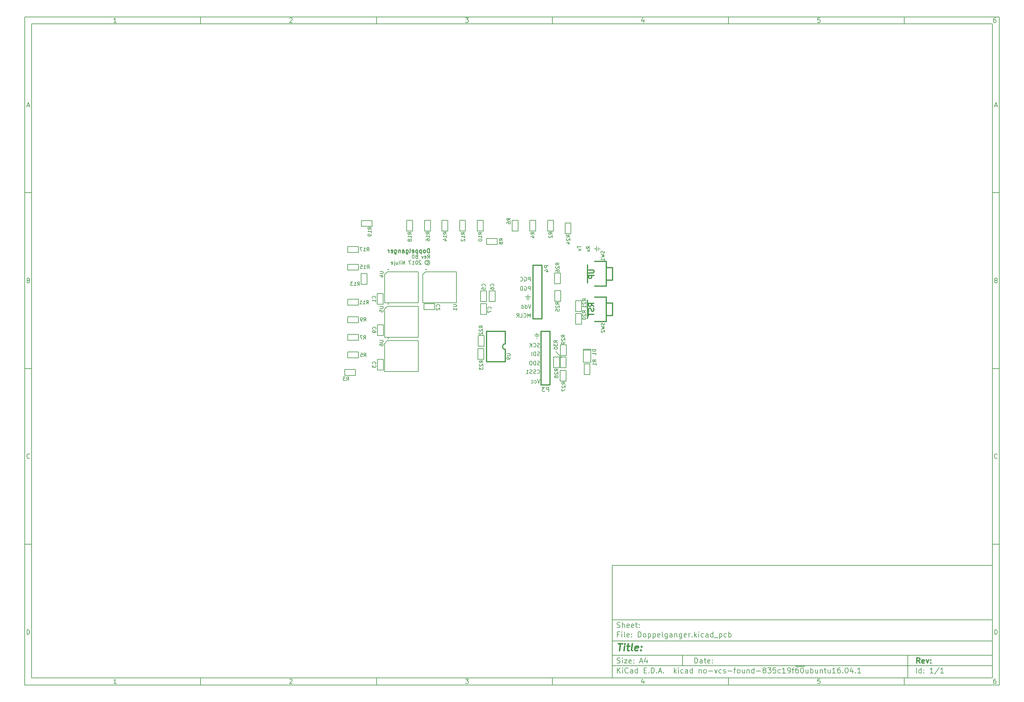
<source format=gbo>
%TF.GenerationSoftware,KiCad,Pcbnew,no-vcs-found-835c19f~60~ubuntu16.04.1*%
%TF.CreationDate,2017-10-10T23:09:56+02:00*%
%TF.ProjectId,Doppelganger,446F7070656C67616E6765722E6B6963,rev?*%
%TF.SameCoordinates,Original*%
%TF.FileFunction,Legend,Bot*%
%TF.FilePolarity,Positive*%
%FSLAX46Y46*%
G04 Gerber Fmt 4.6, Leading zero omitted, Abs format (unit mm)*
G04 Created by KiCad (PCBNEW no-vcs-found-835c19f~60~ubuntu16.04.1) date Tue Oct 10 23:09:56 2017*
%MOMM*%
%LPD*%
G01*
G04 APERTURE LIST*
%ADD10C,0.100000*%
%ADD11C,0.150000*%
%ADD12C,0.300000*%
%ADD13C,0.400000*%
%ADD14C,0.200000*%
%ADD15C,0.250000*%
%ADD16C,0.203200*%
G04 APERTURE END LIST*
D10*
D11*
X177002200Y-166007200D02*
X177002200Y-198007200D01*
X285002200Y-198007200D01*
X285002200Y-166007200D01*
X177002200Y-166007200D01*
D10*
D11*
X10000000Y-10000000D02*
X10000000Y-200007200D01*
X287002200Y-200007200D01*
X287002200Y-10000000D01*
X10000000Y-10000000D01*
D10*
D11*
X12000000Y-12000000D02*
X12000000Y-198007200D01*
X285002200Y-198007200D01*
X285002200Y-12000000D01*
X12000000Y-12000000D01*
D10*
D11*
X60000000Y-12000000D02*
X60000000Y-10000000D01*
D10*
D11*
X110000000Y-12000000D02*
X110000000Y-10000000D01*
D10*
D11*
X160000000Y-12000000D02*
X160000000Y-10000000D01*
D10*
D11*
X210000000Y-12000000D02*
X210000000Y-10000000D01*
D10*
D11*
X260000000Y-12000000D02*
X260000000Y-10000000D01*
D10*
D11*
X36065476Y-11588095D02*
X35322619Y-11588095D01*
X35694047Y-11588095D02*
X35694047Y-10288095D01*
X35570238Y-10473809D01*
X35446428Y-10597619D01*
X35322619Y-10659523D01*
D10*
D11*
X85322619Y-10411904D02*
X85384523Y-10350000D01*
X85508333Y-10288095D01*
X85817857Y-10288095D01*
X85941666Y-10350000D01*
X86003571Y-10411904D01*
X86065476Y-10535714D01*
X86065476Y-10659523D01*
X86003571Y-10845238D01*
X85260714Y-11588095D01*
X86065476Y-11588095D01*
D10*
D11*
X135260714Y-10288095D02*
X136065476Y-10288095D01*
X135632142Y-10783333D01*
X135817857Y-10783333D01*
X135941666Y-10845238D01*
X136003571Y-10907142D01*
X136065476Y-11030952D01*
X136065476Y-11340476D01*
X136003571Y-11464285D01*
X135941666Y-11526190D01*
X135817857Y-11588095D01*
X135446428Y-11588095D01*
X135322619Y-11526190D01*
X135260714Y-11464285D01*
D10*
D11*
X185941666Y-10721428D02*
X185941666Y-11588095D01*
X185632142Y-10226190D02*
X185322619Y-11154761D01*
X186127380Y-11154761D01*
D10*
D11*
X236003571Y-10288095D02*
X235384523Y-10288095D01*
X235322619Y-10907142D01*
X235384523Y-10845238D01*
X235508333Y-10783333D01*
X235817857Y-10783333D01*
X235941666Y-10845238D01*
X236003571Y-10907142D01*
X236065476Y-11030952D01*
X236065476Y-11340476D01*
X236003571Y-11464285D01*
X235941666Y-11526190D01*
X235817857Y-11588095D01*
X235508333Y-11588095D01*
X235384523Y-11526190D01*
X235322619Y-11464285D01*
D10*
D11*
X285941666Y-10288095D02*
X285694047Y-10288095D01*
X285570238Y-10350000D01*
X285508333Y-10411904D01*
X285384523Y-10597619D01*
X285322619Y-10845238D01*
X285322619Y-11340476D01*
X285384523Y-11464285D01*
X285446428Y-11526190D01*
X285570238Y-11588095D01*
X285817857Y-11588095D01*
X285941666Y-11526190D01*
X286003571Y-11464285D01*
X286065476Y-11340476D01*
X286065476Y-11030952D01*
X286003571Y-10907142D01*
X285941666Y-10845238D01*
X285817857Y-10783333D01*
X285570238Y-10783333D01*
X285446428Y-10845238D01*
X285384523Y-10907142D01*
X285322619Y-11030952D01*
D10*
D11*
X60000000Y-198007200D02*
X60000000Y-200007200D01*
D10*
D11*
X110000000Y-198007200D02*
X110000000Y-200007200D01*
D10*
D11*
X160000000Y-198007200D02*
X160000000Y-200007200D01*
D10*
D11*
X210000000Y-198007200D02*
X210000000Y-200007200D01*
D10*
D11*
X260000000Y-198007200D02*
X260000000Y-200007200D01*
D10*
D11*
X36065476Y-199595295D02*
X35322619Y-199595295D01*
X35694047Y-199595295D02*
X35694047Y-198295295D01*
X35570238Y-198481009D01*
X35446428Y-198604819D01*
X35322619Y-198666723D01*
D10*
D11*
X85322619Y-198419104D02*
X85384523Y-198357200D01*
X85508333Y-198295295D01*
X85817857Y-198295295D01*
X85941666Y-198357200D01*
X86003571Y-198419104D01*
X86065476Y-198542914D01*
X86065476Y-198666723D01*
X86003571Y-198852438D01*
X85260714Y-199595295D01*
X86065476Y-199595295D01*
D10*
D11*
X135260714Y-198295295D02*
X136065476Y-198295295D01*
X135632142Y-198790533D01*
X135817857Y-198790533D01*
X135941666Y-198852438D01*
X136003571Y-198914342D01*
X136065476Y-199038152D01*
X136065476Y-199347676D01*
X136003571Y-199471485D01*
X135941666Y-199533390D01*
X135817857Y-199595295D01*
X135446428Y-199595295D01*
X135322619Y-199533390D01*
X135260714Y-199471485D01*
D10*
D11*
X185941666Y-198728628D02*
X185941666Y-199595295D01*
X185632142Y-198233390D02*
X185322619Y-199161961D01*
X186127380Y-199161961D01*
D10*
D11*
X236003571Y-198295295D02*
X235384523Y-198295295D01*
X235322619Y-198914342D01*
X235384523Y-198852438D01*
X235508333Y-198790533D01*
X235817857Y-198790533D01*
X235941666Y-198852438D01*
X236003571Y-198914342D01*
X236065476Y-199038152D01*
X236065476Y-199347676D01*
X236003571Y-199471485D01*
X235941666Y-199533390D01*
X235817857Y-199595295D01*
X235508333Y-199595295D01*
X235384523Y-199533390D01*
X235322619Y-199471485D01*
D10*
D11*
X285941666Y-198295295D02*
X285694047Y-198295295D01*
X285570238Y-198357200D01*
X285508333Y-198419104D01*
X285384523Y-198604819D01*
X285322619Y-198852438D01*
X285322619Y-199347676D01*
X285384523Y-199471485D01*
X285446428Y-199533390D01*
X285570238Y-199595295D01*
X285817857Y-199595295D01*
X285941666Y-199533390D01*
X286003571Y-199471485D01*
X286065476Y-199347676D01*
X286065476Y-199038152D01*
X286003571Y-198914342D01*
X285941666Y-198852438D01*
X285817857Y-198790533D01*
X285570238Y-198790533D01*
X285446428Y-198852438D01*
X285384523Y-198914342D01*
X285322619Y-199038152D01*
D10*
D11*
X10000000Y-60000000D02*
X12000000Y-60000000D01*
D10*
D11*
X10000000Y-110000000D02*
X12000000Y-110000000D01*
D10*
D11*
X10000000Y-160000000D02*
X12000000Y-160000000D01*
D10*
D11*
X10690476Y-35216666D02*
X11309523Y-35216666D01*
X10566666Y-35588095D02*
X11000000Y-34288095D01*
X11433333Y-35588095D01*
D10*
D11*
X11092857Y-84907142D02*
X11278571Y-84969047D01*
X11340476Y-85030952D01*
X11402380Y-85154761D01*
X11402380Y-85340476D01*
X11340476Y-85464285D01*
X11278571Y-85526190D01*
X11154761Y-85588095D01*
X10659523Y-85588095D01*
X10659523Y-84288095D01*
X11092857Y-84288095D01*
X11216666Y-84350000D01*
X11278571Y-84411904D01*
X11340476Y-84535714D01*
X11340476Y-84659523D01*
X11278571Y-84783333D01*
X11216666Y-84845238D01*
X11092857Y-84907142D01*
X10659523Y-84907142D01*
D10*
D11*
X11402380Y-135464285D02*
X11340476Y-135526190D01*
X11154761Y-135588095D01*
X11030952Y-135588095D01*
X10845238Y-135526190D01*
X10721428Y-135402380D01*
X10659523Y-135278571D01*
X10597619Y-135030952D01*
X10597619Y-134845238D01*
X10659523Y-134597619D01*
X10721428Y-134473809D01*
X10845238Y-134350000D01*
X11030952Y-134288095D01*
X11154761Y-134288095D01*
X11340476Y-134350000D01*
X11402380Y-134411904D01*
D10*
D11*
X10659523Y-185588095D02*
X10659523Y-184288095D01*
X10969047Y-184288095D01*
X11154761Y-184350000D01*
X11278571Y-184473809D01*
X11340476Y-184597619D01*
X11402380Y-184845238D01*
X11402380Y-185030952D01*
X11340476Y-185278571D01*
X11278571Y-185402380D01*
X11154761Y-185526190D01*
X10969047Y-185588095D01*
X10659523Y-185588095D01*
D10*
D11*
X287002200Y-60000000D02*
X285002200Y-60000000D01*
D10*
D11*
X287002200Y-110000000D02*
X285002200Y-110000000D01*
D10*
D11*
X287002200Y-160000000D02*
X285002200Y-160000000D01*
D10*
D11*
X285692676Y-35216666D02*
X286311723Y-35216666D01*
X285568866Y-35588095D02*
X286002200Y-34288095D01*
X286435533Y-35588095D01*
D10*
D11*
X286095057Y-84907142D02*
X286280771Y-84969047D01*
X286342676Y-85030952D01*
X286404580Y-85154761D01*
X286404580Y-85340476D01*
X286342676Y-85464285D01*
X286280771Y-85526190D01*
X286156961Y-85588095D01*
X285661723Y-85588095D01*
X285661723Y-84288095D01*
X286095057Y-84288095D01*
X286218866Y-84350000D01*
X286280771Y-84411904D01*
X286342676Y-84535714D01*
X286342676Y-84659523D01*
X286280771Y-84783333D01*
X286218866Y-84845238D01*
X286095057Y-84907142D01*
X285661723Y-84907142D01*
D10*
D11*
X286404580Y-135464285D02*
X286342676Y-135526190D01*
X286156961Y-135588095D01*
X286033152Y-135588095D01*
X285847438Y-135526190D01*
X285723628Y-135402380D01*
X285661723Y-135278571D01*
X285599819Y-135030952D01*
X285599819Y-134845238D01*
X285661723Y-134597619D01*
X285723628Y-134473809D01*
X285847438Y-134350000D01*
X286033152Y-134288095D01*
X286156961Y-134288095D01*
X286342676Y-134350000D01*
X286404580Y-134411904D01*
D10*
D11*
X285661723Y-185588095D02*
X285661723Y-184288095D01*
X285971247Y-184288095D01*
X286156961Y-184350000D01*
X286280771Y-184473809D01*
X286342676Y-184597619D01*
X286404580Y-184845238D01*
X286404580Y-185030952D01*
X286342676Y-185278571D01*
X286280771Y-185402380D01*
X286156961Y-185526190D01*
X285971247Y-185588095D01*
X285661723Y-185588095D01*
D10*
D11*
X200434342Y-193785771D02*
X200434342Y-192285771D01*
X200791485Y-192285771D01*
X201005771Y-192357200D01*
X201148628Y-192500057D01*
X201220057Y-192642914D01*
X201291485Y-192928628D01*
X201291485Y-193142914D01*
X201220057Y-193428628D01*
X201148628Y-193571485D01*
X201005771Y-193714342D01*
X200791485Y-193785771D01*
X200434342Y-193785771D01*
X202577200Y-193785771D02*
X202577200Y-193000057D01*
X202505771Y-192857200D01*
X202362914Y-192785771D01*
X202077200Y-192785771D01*
X201934342Y-192857200D01*
X202577200Y-193714342D02*
X202434342Y-193785771D01*
X202077200Y-193785771D01*
X201934342Y-193714342D01*
X201862914Y-193571485D01*
X201862914Y-193428628D01*
X201934342Y-193285771D01*
X202077200Y-193214342D01*
X202434342Y-193214342D01*
X202577200Y-193142914D01*
X203077200Y-192785771D02*
X203648628Y-192785771D01*
X203291485Y-192285771D02*
X203291485Y-193571485D01*
X203362914Y-193714342D01*
X203505771Y-193785771D01*
X203648628Y-193785771D01*
X204720057Y-193714342D02*
X204577200Y-193785771D01*
X204291485Y-193785771D01*
X204148628Y-193714342D01*
X204077200Y-193571485D01*
X204077200Y-193000057D01*
X204148628Y-192857200D01*
X204291485Y-192785771D01*
X204577200Y-192785771D01*
X204720057Y-192857200D01*
X204791485Y-193000057D01*
X204791485Y-193142914D01*
X204077200Y-193285771D01*
X205434342Y-193642914D02*
X205505771Y-193714342D01*
X205434342Y-193785771D01*
X205362914Y-193714342D01*
X205434342Y-193642914D01*
X205434342Y-193785771D01*
X205434342Y-192857200D02*
X205505771Y-192928628D01*
X205434342Y-193000057D01*
X205362914Y-192928628D01*
X205434342Y-192857200D01*
X205434342Y-193000057D01*
D10*
D11*
X177002200Y-194507200D02*
X285002200Y-194507200D01*
D10*
D11*
X178434342Y-196585771D02*
X178434342Y-195085771D01*
X179291485Y-196585771D02*
X178648628Y-195728628D01*
X179291485Y-195085771D02*
X178434342Y-195942914D01*
X179934342Y-196585771D02*
X179934342Y-195585771D01*
X179934342Y-195085771D02*
X179862914Y-195157200D01*
X179934342Y-195228628D01*
X180005771Y-195157200D01*
X179934342Y-195085771D01*
X179934342Y-195228628D01*
X181505771Y-196442914D02*
X181434342Y-196514342D01*
X181220057Y-196585771D01*
X181077200Y-196585771D01*
X180862914Y-196514342D01*
X180720057Y-196371485D01*
X180648628Y-196228628D01*
X180577200Y-195942914D01*
X180577200Y-195728628D01*
X180648628Y-195442914D01*
X180720057Y-195300057D01*
X180862914Y-195157200D01*
X181077200Y-195085771D01*
X181220057Y-195085771D01*
X181434342Y-195157200D01*
X181505771Y-195228628D01*
X182791485Y-196585771D02*
X182791485Y-195800057D01*
X182720057Y-195657200D01*
X182577200Y-195585771D01*
X182291485Y-195585771D01*
X182148628Y-195657200D01*
X182791485Y-196514342D02*
X182648628Y-196585771D01*
X182291485Y-196585771D01*
X182148628Y-196514342D01*
X182077200Y-196371485D01*
X182077200Y-196228628D01*
X182148628Y-196085771D01*
X182291485Y-196014342D01*
X182648628Y-196014342D01*
X182791485Y-195942914D01*
X184148628Y-196585771D02*
X184148628Y-195085771D01*
X184148628Y-196514342D02*
X184005771Y-196585771D01*
X183720057Y-196585771D01*
X183577200Y-196514342D01*
X183505771Y-196442914D01*
X183434342Y-196300057D01*
X183434342Y-195871485D01*
X183505771Y-195728628D01*
X183577200Y-195657200D01*
X183720057Y-195585771D01*
X184005771Y-195585771D01*
X184148628Y-195657200D01*
X186005771Y-195800057D02*
X186505771Y-195800057D01*
X186720057Y-196585771D02*
X186005771Y-196585771D01*
X186005771Y-195085771D01*
X186720057Y-195085771D01*
X187362914Y-196442914D02*
X187434342Y-196514342D01*
X187362914Y-196585771D01*
X187291485Y-196514342D01*
X187362914Y-196442914D01*
X187362914Y-196585771D01*
X188077200Y-196585771D02*
X188077200Y-195085771D01*
X188434342Y-195085771D01*
X188648628Y-195157200D01*
X188791485Y-195300057D01*
X188862914Y-195442914D01*
X188934342Y-195728628D01*
X188934342Y-195942914D01*
X188862914Y-196228628D01*
X188791485Y-196371485D01*
X188648628Y-196514342D01*
X188434342Y-196585771D01*
X188077200Y-196585771D01*
X189577200Y-196442914D02*
X189648628Y-196514342D01*
X189577200Y-196585771D01*
X189505771Y-196514342D01*
X189577200Y-196442914D01*
X189577200Y-196585771D01*
X190220057Y-196157200D02*
X190934342Y-196157200D01*
X190077200Y-196585771D02*
X190577200Y-195085771D01*
X191077200Y-196585771D01*
X191577200Y-196442914D02*
X191648628Y-196514342D01*
X191577200Y-196585771D01*
X191505771Y-196514342D01*
X191577200Y-196442914D01*
X191577200Y-196585771D01*
X194577200Y-196585771D02*
X194577200Y-195085771D01*
X194720057Y-196014342D02*
X195148628Y-196585771D01*
X195148628Y-195585771D02*
X194577200Y-196157200D01*
X195791485Y-196585771D02*
X195791485Y-195585771D01*
X195791485Y-195085771D02*
X195720057Y-195157200D01*
X195791485Y-195228628D01*
X195862914Y-195157200D01*
X195791485Y-195085771D01*
X195791485Y-195228628D01*
X197148628Y-196514342D02*
X197005771Y-196585771D01*
X196720057Y-196585771D01*
X196577200Y-196514342D01*
X196505771Y-196442914D01*
X196434342Y-196300057D01*
X196434342Y-195871485D01*
X196505771Y-195728628D01*
X196577200Y-195657200D01*
X196720057Y-195585771D01*
X197005771Y-195585771D01*
X197148628Y-195657200D01*
X198434342Y-196585771D02*
X198434342Y-195800057D01*
X198362914Y-195657200D01*
X198220057Y-195585771D01*
X197934342Y-195585771D01*
X197791485Y-195657200D01*
X198434342Y-196514342D02*
X198291485Y-196585771D01*
X197934342Y-196585771D01*
X197791485Y-196514342D01*
X197720057Y-196371485D01*
X197720057Y-196228628D01*
X197791485Y-196085771D01*
X197934342Y-196014342D01*
X198291485Y-196014342D01*
X198434342Y-195942914D01*
X199791485Y-196585771D02*
X199791485Y-195085771D01*
X199791485Y-196514342D02*
X199648628Y-196585771D01*
X199362914Y-196585771D01*
X199220057Y-196514342D01*
X199148628Y-196442914D01*
X199077200Y-196300057D01*
X199077200Y-195871485D01*
X199148628Y-195728628D01*
X199220057Y-195657200D01*
X199362914Y-195585771D01*
X199648628Y-195585771D01*
X199791485Y-195657200D01*
X201648628Y-195585771D02*
X201648628Y-196585771D01*
X201648628Y-195728628D02*
X201720057Y-195657200D01*
X201862914Y-195585771D01*
X202077200Y-195585771D01*
X202220057Y-195657200D01*
X202291485Y-195800057D01*
X202291485Y-196585771D01*
X203220057Y-196585771D02*
X203077200Y-196514342D01*
X203005771Y-196442914D01*
X202934342Y-196300057D01*
X202934342Y-195871485D01*
X203005771Y-195728628D01*
X203077200Y-195657200D01*
X203220057Y-195585771D01*
X203434342Y-195585771D01*
X203577200Y-195657200D01*
X203648628Y-195728628D01*
X203720057Y-195871485D01*
X203720057Y-196300057D01*
X203648628Y-196442914D01*
X203577200Y-196514342D01*
X203434342Y-196585771D01*
X203220057Y-196585771D01*
X204362914Y-196014342D02*
X205505771Y-196014342D01*
X206077200Y-195585771D02*
X206434342Y-196585771D01*
X206791485Y-195585771D01*
X208005771Y-196514342D02*
X207862914Y-196585771D01*
X207577200Y-196585771D01*
X207434342Y-196514342D01*
X207362914Y-196442914D01*
X207291485Y-196300057D01*
X207291485Y-195871485D01*
X207362914Y-195728628D01*
X207434342Y-195657200D01*
X207577200Y-195585771D01*
X207862914Y-195585771D01*
X208005771Y-195657200D01*
X208577200Y-196514342D02*
X208720057Y-196585771D01*
X209005771Y-196585771D01*
X209148628Y-196514342D01*
X209220057Y-196371485D01*
X209220057Y-196300057D01*
X209148628Y-196157200D01*
X209005771Y-196085771D01*
X208791485Y-196085771D01*
X208648628Y-196014342D01*
X208577200Y-195871485D01*
X208577200Y-195800057D01*
X208648628Y-195657200D01*
X208791485Y-195585771D01*
X209005771Y-195585771D01*
X209148628Y-195657200D01*
X209862914Y-196014342D02*
X211005771Y-196014342D01*
X211505771Y-195585771D02*
X212077200Y-195585771D01*
X211720057Y-196585771D02*
X211720057Y-195300057D01*
X211791485Y-195157200D01*
X211934342Y-195085771D01*
X212077200Y-195085771D01*
X212791485Y-196585771D02*
X212648628Y-196514342D01*
X212577200Y-196442914D01*
X212505771Y-196300057D01*
X212505771Y-195871485D01*
X212577200Y-195728628D01*
X212648628Y-195657200D01*
X212791485Y-195585771D01*
X213005771Y-195585771D01*
X213148628Y-195657200D01*
X213220057Y-195728628D01*
X213291485Y-195871485D01*
X213291485Y-196300057D01*
X213220057Y-196442914D01*
X213148628Y-196514342D01*
X213005771Y-196585771D01*
X212791485Y-196585771D01*
X214577200Y-195585771D02*
X214577200Y-196585771D01*
X213934342Y-195585771D02*
X213934342Y-196371485D01*
X214005771Y-196514342D01*
X214148628Y-196585771D01*
X214362914Y-196585771D01*
X214505771Y-196514342D01*
X214577200Y-196442914D01*
X215291485Y-195585771D02*
X215291485Y-196585771D01*
X215291485Y-195728628D02*
X215362914Y-195657200D01*
X215505771Y-195585771D01*
X215720057Y-195585771D01*
X215862914Y-195657200D01*
X215934342Y-195800057D01*
X215934342Y-196585771D01*
X217291485Y-196585771D02*
X217291485Y-195085771D01*
X217291485Y-196514342D02*
X217148628Y-196585771D01*
X216862914Y-196585771D01*
X216720057Y-196514342D01*
X216648628Y-196442914D01*
X216577200Y-196300057D01*
X216577200Y-195871485D01*
X216648628Y-195728628D01*
X216720057Y-195657200D01*
X216862914Y-195585771D01*
X217148628Y-195585771D01*
X217291485Y-195657200D01*
X218005771Y-196014342D02*
X219148628Y-196014342D01*
X220077200Y-195728628D02*
X219934342Y-195657200D01*
X219862914Y-195585771D01*
X219791485Y-195442914D01*
X219791485Y-195371485D01*
X219862914Y-195228628D01*
X219934342Y-195157200D01*
X220077200Y-195085771D01*
X220362914Y-195085771D01*
X220505771Y-195157200D01*
X220577200Y-195228628D01*
X220648628Y-195371485D01*
X220648628Y-195442914D01*
X220577200Y-195585771D01*
X220505771Y-195657200D01*
X220362914Y-195728628D01*
X220077200Y-195728628D01*
X219934342Y-195800057D01*
X219862914Y-195871485D01*
X219791485Y-196014342D01*
X219791485Y-196300057D01*
X219862914Y-196442914D01*
X219934342Y-196514342D01*
X220077200Y-196585771D01*
X220362914Y-196585771D01*
X220505771Y-196514342D01*
X220577200Y-196442914D01*
X220648628Y-196300057D01*
X220648628Y-196014342D01*
X220577200Y-195871485D01*
X220505771Y-195800057D01*
X220362914Y-195728628D01*
X221148628Y-195085771D02*
X222077200Y-195085771D01*
X221577200Y-195657200D01*
X221791485Y-195657200D01*
X221934342Y-195728628D01*
X222005771Y-195800057D01*
X222077200Y-195942914D01*
X222077200Y-196300057D01*
X222005771Y-196442914D01*
X221934342Y-196514342D01*
X221791485Y-196585771D01*
X221362914Y-196585771D01*
X221220057Y-196514342D01*
X221148628Y-196442914D01*
X223434342Y-195085771D02*
X222720057Y-195085771D01*
X222648628Y-195800057D01*
X222720057Y-195728628D01*
X222862914Y-195657200D01*
X223220057Y-195657200D01*
X223362914Y-195728628D01*
X223434342Y-195800057D01*
X223505771Y-195942914D01*
X223505771Y-196300057D01*
X223434342Y-196442914D01*
X223362914Y-196514342D01*
X223220057Y-196585771D01*
X222862914Y-196585771D01*
X222720057Y-196514342D01*
X222648628Y-196442914D01*
X224791485Y-196514342D02*
X224648628Y-196585771D01*
X224362914Y-196585771D01*
X224220057Y-196514342D01*
X224148628Y-196442914D01*
X224077200Y-196300057D01*
X224077200Y-195871485D01*
X224148628Y-195728628D01*
X224220057Y-195657200D01*
X224362914Y-195585771D01*
X224648628Y-195585771D01*
X224791485Y-195657200D01*
X226220057Y-196585771D02*
X225362914Y-196585771D01*
X225791485Y-196585771D02*
X225791485Y-195085771D01*
X225648628Y-195300057D01*
X225505771Y-195442914D01*
X225362914Y-195514342D01*
X226934342Y-196585771D02*
X227220057Y-196585771D01*
X227362914Y-196514342D01*
X227434342Y-196442914D01*
X227577200Y-196228628D01*
X227648628Y-195942914D01*
X227648628Y-195371485D01*
X227577200Y-195228628D01*
X227505771Y-195157200D01*
X227362914Y-195085771D01*
X227077200Y-195085771D01*
X226934342Y-195157200D01*
X226862914Y-195228628D01*
X226791485Y-195371485D01*
X226791485Y-195728628D01*
X226862914Y-195871485D01*
X226934342Y-195942914D01*
X227077200Y-196014342D01*
X227362914Y-196014342D01*
X227505771Y-195942914D01*
X227577200Y-195871485D01*
X227648628Y-195728628D01*
X228077200Y-195585771D02*
X228648628Y-195585771D01*
X228291485Y-196585771D02*
X228291485Y-195300057D01*
X228362914Y-195157200D01*
X228505771Y-195085771D01*
X228648628Y-195085771D01*
X229038985Y-194677200D02*
X230220057Y-194677200D01*
X229791485Y-195085771D02*
X229505771Y-195085771D01*
X229362914Y-195157200D01*
X229291485Y-195228628D01*
X229148628Y-195442914D01*
X229077200Y-195728628D01*
X229077200Y-196300057D01*
X229148628Y-196442914D01*
X229220057Y-196514342D01*
X229362914Y-196585771D01*
X229648628Y-196585771D01*
X229791485Y-196514342D01*
X229862914Y-196442914D01*
X229934342Y-196300057D01*
X229934342Y-195942914D01*
X229862914Y-195800057D01*
X229791485Y-195728628D01*
X229648628Y-195657200D01*
X229362914Y-195657200D01*
X229220057Y-195728628D01*
X229148628Y-195800057D01*
X229077200Y-195942914D01*
X230220057Y-194677200D02*
X231648628Y-194677200D01*
X230862914Y-195085771D02*
X231005771Y-195085771D01*
X231148628Y-195157200D01*
X231220057Y-195228628D01*
X231291485Y-195371485D01*
X231362914Y-195657200D01*
X231362914Y-196014342D01*
X231291485Y-196300057D01*
X231220057Y-196442914D01*
X231148628Y-196514342D01*
X231005771Y-196585771D01*
X230862914Y-196585771D01*
X230720057Y-196514342D01*
X230648628Y-196442914D01*
X230577200Y-196300057D01*
X230505771Y-196014342D01*
X230505771Y-195657200D01*
X230577200Y-195371485D01*
X230648628Y-195228628D01*
X230720057Y-195157200D01*
X230862914Y-195085771D01*
X232648628Y-195585771D02*
X232648628Y-196585771D01*
X232005771Y-195585771D02*
X232005771Y-196371485D01*
X232077199Y-196514342D01*
X232220057Y-196585771D01*
X232434342Y-196585771D01*
X232577199Y-196514342D01*
X232648628Y-196442914D01*
X233362914Y-196585771D02*
X233362914Y-195085771D01*
X233362914Y-195657200D02*
X233505771Y-195585771D01*
X233791485Y-195585771D01*
X233934342Y-195657200D01*
X234005771Y-195728628D01*
X234077200Y-195871485D01*
X234077200Y-196300057D01*
X234005771Y-196442914D01*
X233934342Y-196514342D01*
X233791485Y-196585771D01*
X233505771Y-196585771D01*
X233362914Y-196514342D01*
X235362914Y-195585771D02*
X235362914Y-196585771D01*
X234720057Y-195585771D02*
X234720057Y-196371485D01*
X234791485Y-196514342D01*
X234934342Y-196585771D01*
X235148628Y-196585771D01*
X235291485Y-196514342D01*
X235362914Y-196442914D01*
X236077200Y-195585771D02*
X236077200Y-196585771D01*
X236077200Y-195728628D02*
X236148628Y-195657200D01*
X236291485Y-195585771D01*
X236505771Y-195585771D01*
X236648628Y-195657200D01*
X236720057Y-195800057D01*
X236720057Y-196585771D01*
X237220057Y-195585771D02*
X237791485Y-195585771D01*
X237434342Y-195085771D02*
X237434342Y-196371485D01*
X237505771Y-196514342D01*
X237648628Y-196585771D01*
X237791485Y-196585771D01*
X238934342Y-195585771D02*
X238934342Y-196585771D01*
X238291485Y-195585771D02*
X238291485Y-196371485D01*
X238362914Y-196514342D01*
X238505771Y-196585771D01*
X238720057Y-196585771D01*
X238862914Y-196514342D01*
X238934342Y-196442914D01*
X240434342Y-196585771D02*
X239577200Y-196585771D01*
X240005771Y-196585771D02*
X240005771Y-195085771D01*
X239862914Y-195300057D01*
X239720057Y-195442914D01*
X239577200Y-195514342D01*
X241720057Y-195085771D02*
X241434342Y-195085771D01*
X241291485Y-195157200D01*
X241220057Y-195228628D01*
X241077200Y-195442914D01*
X241005771Y-195728628D01*
X241005771Y-196300057D01*
X241077200Y-196442914D01*
X241148628Y-196514342D01*
X241291485Y-196585771D01*
X241577200Y-196585771D01*
X241720057Y-196514342D01*
X241791485Y-196442914D01*
X241862914Y-196300057D01*
X241862914Y-195942914D01*
X241791485Y-195800057D01*
X241720057Y-195728628D01*
X241577200Y-195657200D01*
X241291485Y-195657200D01*
X241148628Y-195728628D01*
X241077200Y-195800057D01*
X241005771Y-195942914D01*
X242505771Y-196442914D02*
X242577199Y-196514342D01*
X242505771Y-196585771D01*
X242434342Y-196514342D01*
X242505771Y-196442914D01*
X242505771Y-196585771D01*
X243505771Y-195085771D02*
X243648628Y-195085771D01*
X243791485Y-195157200D01*
X243862914Y-195228628D01*
X243934342Y-195371485D01*
X244005771Y-195657200D01*
X244005771Y-196014342D01*
X243934342Y-196300057D01*
X243862914Y-196442914D01*
X243791485Y-196514342D01*
X243648628Y-196585771D01*
X243505771Y-196585771D01*
X243362914Y-196514342D01*
X243291485Y-196442914D01*
X243220057Y-196300057D01*
X243148628Y-196014342D01*
X243148628Y-195657200D01*
X243220057Y-195371485D01*
X243291485Y-195228628D01*
X243362914Y-195157200D01*
X243505771Y-195085771D01*
X245291485Y-195585771D02*
X245291485Y-196585771D01*
X244934342Y-195014342D02*
X244577199Y-196085771D01*
X245505771Y-196085771D01*
X246077199Y-196442914D02*
X246148628Y-196514342D01*
X246077199Y-196585771D01*
X246005771Y-196514342D01*
X246077199Y-196442914D01*
X246077199Y-196585771D01*
X247577200Y-196585771D02*
X246720057Y-196585771D01*
X247148628Y-196585771D02*
X247148628Y-195085771D01*
X247005771Y-195300057D01*
X246862914Y-195442914D01*
X246720057Y-195514342D01*
D10*
D11*
X177002200Y-191507200D02*
X285002200Y-191507200D01*
D10*
D12*
X264411485Y-193785771D02*
X263911485Y-193071485D01*
X263554342Y-193785771D02*
X263554342Y-192285771D01*
X264125771Y-192285771D01*
X264268628Y-192357200D01*
X264340057Y-192428628D01*
X264411485Y-192571485D01*
X264411485Y-192785771D01*
X264340057Y-192928628D01*
X264268628Y-193000057D01*
X264125771Y-193071485D01*
X263554342Y-193071485D01*
X265625771Y-193714342D02*
X265482914Y-193785771D01*
X265197200Y-193785771D01*
X265054342Y-193714342D01*
X264982914Y-193571485D01*
X264982914Y-193000057D01*
X265054342Y-192857200D01*
X265197200Y-192785771D01*
X265482914Y-192785771D01*
X265625771Y-192857200D01*
X265697200Y-193000057D01*
X265697200Y-193142914D01*
X264982914Y-193285771D01*
X266197200Y-192785771D02*
X266554342Y-193785771D01*
X266911485Y-192785771D01*
X267482914Y-193642914D02*
X267554342Y-193714342D01*
X267482914Y-193785771D01*
X267411485Y-193714342D01*
X267482914Y-193642914D01*
X267482914Y-193785771D01*
X267482914Y-192857200D02*
X267554342Y-192928628D01*
X267482914Y-193000057D01*
X267411485Y-192928628D01*
X267482914Y-192857200D01*
X267482914Y-193000057D01*
D10*
D11*
X178362914Y-193714342D02*
X178577200Y-193785771D01*
X178934342Y-193785771D01*
X179077200Y-193714342D01*
X179148628Y-193642914D01*
X179220057Y-193500057D01*
X179220057Y-193357200D01*
X179148628Y-193214342D01*
X179077200Y-193142914D01*
X178934342Y-193071485D01*
X178648628Y-193000057D01*
X178505771Y-192928628D01*
X178434342Y-192857200D01*
X178362914Y-192714342D01*
X178362914Y-192571485D01*
X178434342Y-192428628D01*
X178505771Y-192357200D01*
X178648628Y-192285771D01*
X179005771Y-192285771D01*
X179220057Y-192357200D01*
X179862914Y-193785771D02*
X179862914Y-192785771D01*
X179862914Y-192285771D02*
X179791485Y-192357200D01*
X179862914Y-192428628D01*
X179934342Y-192357200D01*
X179862914Y-192285771D01*
X179862914Y-192428628D01*
X180434342Y-192785771D02*
X181220057Y-192785771D01*
X180434342Y-193785771D01*
X181220057Y-193785771D01*
X182362914Y-193714342D02*
X182220057Y-193785771D01*
X181934342Y-193785771D01*
X181791485Y-193714342D01*
X181720057Y-193571485D01*
X181720057Y-193000057D01*
X181791485Y-192857200D01*
X181934342Y-192785771D01*
X182220057Y-192785771D01*
X182362914Y-192857200D01*
X182434342Y-193000057D01*
X182434342Y-193142914D01*
X181720057Y-193285771D01*
X183077200Y-193642914D02*
X183148628Y-193714342D01*
X183077200Y-193785771D01*
X183005771Y-193714342D01*
X183077200Y-193642914D01*
X183077200Y-193785771D01*
X183077200Y-192857200D02*
X183148628Y-192928628D01*
X183077200Y-193000057D01*
X183005771Y-192928628D01*
X183077200Y-192857200D01*
X183077200Y-193000057D01*
X184862914Y-193357200D02*
X185577200Y-193357200D01*
X184720057Y-193785771D02*
X185220057Y-192285771D01*
X185720057Y-193785771D01*
X186862914Y-192785771D02*
X186862914Y-193785771D01*
X186505771Y-192214342D02*
X186148628Y-193285771D01*
X187077200Y-193285771D01*
D10*
D11*
X263434342Y-196585771D02*
X263434342Y-195085771D01*
X264791485Y-196585771D02*
X264791485Y-195085771D01*
X264791485Y-196514342D02*
X264648628Y-196585771D01*
X264362914Y-196585771D01*
X264220057Y-196514342D01*
X264148628Y-196442914D01*
X264077200Y-196300057D01*
X264077200Y-195871485D01*
X264148628Y-195728628D01*
X264220057Y-195657200D01*
X264362914Y-195585771D01*
X264648628Y-195585771D01*
X264791485Y-195657200D01*
X265505771Y-196442914D02*
X265577200Y-196514342D01*
X265505771Y-196585771D01*
X265434342Y-196514342D01*
X265505771Y-196442914D01*
X265505771Y-196585771D01*
X265505771Y-195657200D02*
X265577200Y-195728628D01*
X265505771Y-195800057D01*
X265434342Y-195728628D01*
X265505771Y-195657200D01*
X265505771Y-195800057D01*
X268148628Y-196585771D02*
X267291485Y-196585771D01*
X267720057Y-196585771D02*
X267720057Y-195085771D01*
X267577200Y-195300057D01*
X267434342Y-195442914D01*
X267291485Y-195514342D01*
X269862914Y-195014342D02*
X268577200Y-196942914D01*
X271148628Y-196585771D02*
X270291485Y-196585771D01*
X270720057Y-196585771D02*
X270720057Y-195085771D01*
X270577200Y-195300057D01*
X270434342Y-195442914D01*
X270291485Y-195514342D01*
D10*
D11*
X177002200Y-187507200D02*
X285002200Y-187507200D01*
D10*
D13*
X178714580Y-188211961D02*
X179857438Y-188211961D01*
X179036009Y-190211961D02*
X179286009Y-188211961D01*
X180274104Y-190211961D02*
X180440771Y-188878628D01*
X180524104Y-188211961D02*
X180416961Y-188307200D01*
X180500295Y-188402438D01*
X180607438Y-188307200D01*
X180524104Y-188211961D01*
X180500295Y-188402438D01*
X181107438Y-188878628D02*
X181869342Y-188878628D01*
X181476485Y-188211961D02*
X181262200Y-189926247D01*
X181333628Y-190116723D01*
X181512200Y-190211961D01*
X181702676Y-190211961D01*
X182655057Y-190211961D02*
X182476485Y-190116723D01*
X182405057Y-189926247D01*
X182619342Y-188211961D01*
X184190771Y-190116723D02*
X183988390Y-190211961D01*
X183607438Y-190211961D01*
X183428866Y-190116723D01*
X183357438Y-189926247D01*
X183452676Y-189164342D01*
X183571723Y-188973866D01*
X183774104Y-188878628D01*
X184155057Y-188878628D01*
X184333628Y-188973866D01*
X184405057Y-189164342D01*
X184381247Y-189354819D01*
X183405057Y-189545295D01*
X185155057Y-190021485D02*
X185238390Y-190116723D01*
X185131247Y-190211961D01*
X185047914Y-190116723D01*
X185155057Y-190021485D01*
X185131247Y-190211961D01*
X185286009Y-188973866D02*
X185369342Y-189069104D01*
X185262200Y-189164342D01*
X185178866Y-189069104D01*
X185286009Y-188973866D01*
X185262200Y-189164342D01*
D10*
D11*
X178934342Y-185600057D02*
X178434342Y-185600057D01*
X178434342Y-186385771D02*
X178434342Y-184885771D01*
X179148628Y-184885771D01*
X179720057Y-186385771D02*
X179720057Y-185385771D01*
X179720057Y-184885771D02*
X179648628Y-184957200D01*
X179720057Y-185028628D01*
X179791485Y-184957200D01*
X179720057Y-184885771D01*
X179720057Y-185028628D01*
X180648628Y-186385771D02*
X180505771Y-186314342D01*
X180434342Y-186171485D01*
X180434342Y-184885771D01*
X181791485Y-186314342D02*
X181648628Y-186385771D01*
X181362914Y-186385771D01*
X181220057Y-186314342D01*
X181148628Y-186171485D01*
X181148628Y-185600057D01*
X181220057Y-185457200D01*
X181362914Y-185385771D01*
X181648628Y-185385771D01*
X181791485Y-185457200D01*
X181862914Y-185600057D01*
X181862914Y-185742914D01*
X181148628Y-185885771D01*
X182505771Y-186242914D02*
X182577200Y-186314342D01*
X182505771Y-186385771D01*
X182434342Y-186314342D01*
X182505771Y-186242914D01*
X182505771Y-186385771D01*
X182505771Y-185457200D02*
X182577200Y-185528628D01*
X182505771Y-185600057D01*
X182434342Y-185528628D01*
X182505771Y-185457200D01*
X182505771Y-185600057D01*
X184362914Y-186385771D02*
X184362914Y-184885771D01*
X184720057Y-184885771D01*
X184934342Y-184957200D01*
X185077200Y-185100057D01*
X185148628Y-185242914D01*
X185220057Y-185528628D01*
X185220057Y-185742914D01*
X185148628Y-186028628D01*
X185077200Y-186171485D01*
X184934342Y-186314342D01*
X184720057Y-186385771D01*
X184362914Y-186385771D01*
X186077200Y-186385771D02*
X185934342Y-186314342D01*
X185862914Y-186242914D01*
X185791485Y-186100057D01*
X185791485Y-185671485D01*
X185862914Y-185528628D01*
X185934342Y-185457200D01*
X186077200Y-185385771D01*
X186291485Y-185385771D01*
X186434342Y-185457200D01*
X186505771Y-185528628D01*
X186577200Y-185671485D01*
X186577200Y-186100057D01*
X186505771Y-186242914D01*
X186434342Y-186314342D01*
X186291485Y-186385771D01*
X186077200Y-186385771D01*
X187220057Y-185385771D02*
X187220057Y-186885771D01*
X187220057Y-185457200D02*
X187362914Y-185385771D01*
X187648628Y-185385771D01*
X187791485Y-185457200D01*
X187862914Y-185528628D01*
X187934342Y-185671485D01*
X187934342Y-186100057D01*
X187862914Y-186242914D01*
X187791485Y-186314342D01*
X187648628Y-186385771D01*
X187362914Y-186385771D01*
X187220057Y-186314342D01*
X188577200Y-185385771D02*
X188577200Y-186885771D01*
X188577200Y-185457200D02*
X188720057Y-185385771D01*
X189005771Y-185385771D01*
X189148628Y-185457200D01*
X189220057Y-185528628D01*
X189291485Y-185671485D01*
X189291485Y-186100057D01*
X189220057Y-186242914D01*
X189148628Y-186314342D01*
X189005771Y-186385771D01*
X188720057Y-186385771D01*
X188577200Y-186314342D01*
X190505771Y-186314342D02*
X190362914Y-186385771D01*
X190077200Y-186385771D01*
X189934342Y-186314342D01*
X189862914Y-186171485D01*
X189862914Y-185600057D01*
X189934342Y-185457200D01*
X190077200Y-185385771D01*
X190362914Y-185385771D01*
X190505771Y-185457200D01*
X190577200Y-185600057D01*
X190577200Y-185742914D01*
X189862914Y-185885771D01*
X191434342Y-186385771D02*
X191291485Y-186314342D01*
X191220057Y-186171485D01*
X191220057Y-184885771D01*
X192648628Y-185385771D02*
X192648628Y-186600057D01*
X192577200Y-186742914D01*
X192505771Y-186814342D01*
X192362914Y-186885771D01*
X192148628Y-186885771D01*
X192005771Y-186814342D01*
X192648628Y-186314342D02*
X192505771Y-186385771D01*
X192220057Y-186385771D01*
X192077200Y-186314342D01*
X192005771Y-186242914D01*
X191934342Y-186100057D01*
X191934342Y-185671485D01*
X192005771Y-185528628D01*
X192077200Y-185457200D01*
X192220057Y-185385771D01*
X192505771Y-185385771D01*
X192648628Y-185457200D01*
X194005771Y-186385771D02*
X194005771Y-185600057D01*
X193934342Y-185457200D01*
X193791485Y-185385771D01*
X193505771Y-185385771D01*
X193362914Y-185457200D01*
X194005771Y-186314342D02*
X193862914Y-186385771D01*
X193505771Y-186385771D01*
X193362914Y-186314342D01*
X193291485Y-186171485D01*
X193291485Y-186028628D01*
X193362914Y-185885771D01*
X193505771Y-185814342D01*
X193862914Y-185814342D01*
X194005771Y-185742914D01*
X194720057Y-185385771D02*
X194720057Y-186385771D01*
X194720057Y-185528628D02*
X194791485Y-185457200D01*
X194934342Y-185385771D01*
X195148628Y-185385771D01*
X195291485Y-185457200D01*
X195362914Y-185600057D01*
X195362914Y-186385771D01*
X196720057Y-185385771D02*
X196720057Y-186600057D01*
X196648628Y-186742914D01*
X196577200Y-186814342D01*
X196434342Y-186885771D01*
X196220057Y-186885771D01*
X196077200Y-186814342D01*
X196720057Y-186314342D02*
X196577200Y-186385771D01*
X196291485Y-186385771D01*
X196148628Y-186314342D01*
X196077200Y-186242914D01*
X196005771Y-186100057D01*
X196005771Y-185671485D01*
X196077200Y-185528628D01*
X196148628Y-185457200D01*
X196291485Y-185385771D01*
X196577200Y-185385771D01*
X196720057Y-185457200D01*
X198005771Y-186314342D02*
X197862914Y-186385771D01*
X197577200Y-186385771D01*
X197434342Y-186314342D01*
X197362914Y-186171485D01*
X197362914Y-185600057D01*
X197434342Y-185457200D01*
X197577200Y-185385771D01*
X197862914Y-185385771D01*
X198005771Y-185457200D01*
X198077200Y-185600057D01*
X198077200Y-185742914D01*
X197362914Y-185885771D01*
X198720057Y-186385771D02*
X198720057Y-185385771D01*
X198720057Y-185671485D02*
X198791485Y-185528628D01*
X198862914Y-185457200D01*
X199005771Y-185385771D01*
X199148628Y-185385771D01*
X199648628Y-186242914D02*
X199720057Y-186314342D01*
X199648628Y-186385771D01*
X199577200Y-186314342D01*
X199648628Y-186242914D01*
X199648628Y-186385771D01*
X200362914Y-186385771D02*
X200362914Y-184885771D01*
X200505771Y-185814342D02*
X200934342Y-186385771D01*
X200934342Y-185385771D02*
X200362914Y-185957200D01*
X201577200Y-186385771D02*
X201577200Y-185385771D01*
X201577200Y-184885771D02*
X201505771Y-184957200D01*
X201577200Y-185028628D01*
X201648628Y-184957200D01*
X201577200Y-184885771D01*
X201577200Y-185028628D01*
X202934342Y-186314342D02*
X202791485Y-186385771D01*
X202505771Y-186385771D01*
X202362914Y-186314342D01*
X202291485Y-186242914D01*
X202220057Y-186100057D01*
X202220057Y-185671485D01*
X202291485Y-185528628D01*
X202362914Y-185457200D01*
X202505771Y-185385771D01*
X202791485Y-185385771D01*
X202934342Y-185457200D01*
X204220057Y-186385771D02*
X204220057Y-185600057D01*
X204148628Y-185457200D01*
X204005771Y-185385771D01*
X203720057Y-185385771D01*
X203577200Y-185457200D01*
X204220057Y-186314342D02*
X204077200Y-186385771D01*
X203720057Y-186385771D01*
X203577200Y-186314342D01*
X203505771Y-186171485D01*
X203505771Y-186028628D01*
X203577200Y-185885771D01*
X203720057Y-185814342D01*
X204077200Y-185814342D01*
X204220057Y-185742914D01*
X205577200Y-186385771D02*
X205577200Y-184885771D01*
X205577200Y-186314342D02*
X205434342Y-186385771D01*
X205148628Y-186385771D01*
X205005771Y-186314342D01*
X204934342Y-186242914D01*
X204862914Y-186100057D01*
X204862914Y-185671485D01*
X204934342Y-185528628D01*
X205005771Y-185457200D01*
X205148628Y-185385771D01*
X205434342Y-185385771D01*
X205577200Y-185457200D01*
X205934342Y-186528628D02*
X207077200Y-186528628D01*
X207434342Y-185385771D02*
X207434342Y-186885771D01*
X207434342Y-185457200D02*
X207577200Y-185385771D01*
X207862914Y-185385771D01*
X208005771Y-185457200D01*
X208077200Y-185528628D01*
X208148628Y-185671485D01*
X208148628Y-186100057D01*
X208077200Y-186242914D01*
X208005771Y-186314342D01*
X207862914Y-186385771D01*
X207577200Y-186385771D01*
X207434342Y-186314342D01*
X209434342Y-186314342D02*
X209291485Y-186385771D01*
X209005771Y-186385771D01*
X208862914Y-186314342D01*
X208791485Y-186242914D01*
X208720057Y-186100057D01*
X208720057Y-185671485D01*
X208791485Y-185528628D01*
X208862914Y-185457200D01*
X209005771Y-185385771D01*
X209291485Y-185385771D01*
X209434342Y-185457200D01*
X210077200Y-186385771D02*
X210077200Y-184885771D01*
X210077200Y-185457200D02*
X210220057Y-185385771D01*
X210505771Y-185385771D01*
X210648628Y-185457200D01*
X210720057Y-185528628D01*
X210791485Y-185671485D01*
X210791485Y-186100057D01*
X210720057Y-186242914D01*
X210648628Y-186314342D01*
X210505771Y-186385771D01*
X210220057Y-186385771D01*
X210077200Y-186314342D01*
D10*
D11*
X177002200Y-181507200D02*
X285002200Y-181507200D01*
D10*
D11*
X178362914Y-183614342D02*
X178577200Y-183685771D01*
X178934342Y-183685771D01*
X179077200Y-183614342D01*
X179148628Y-183542914D01*
X179220057Y-183400057D01*
X179220057Y-183257200D01*
X179148628Y-183114342D01*
X179077200Y-183042914D01*
X178934342Y-182971485D01*
X178648628Y-182900057D01*
X178505771Y-182828628D01*
X178434342Y-182757200D01*
X178362914Y-182614342D01*
X178362914Y-182471485D01*
X178434342Y-182328628D01*
X178505771Y-182257200D01*
X178648628Y-182185771D01*
X179005771Y-182185771D01*
X179220057Y-182257200D01*
X179862914Y-183685771D02*
X179862914Y-182185771D01*
X180505771Y-183685771D02*
X180505771Y-182900057D01*
X180434342Y-182757200D01*
X180291485Y-182685771D01*
X180077200Y-182685771D01*
X179934342Y-182757200D01*
X179862914Y-182828628D01*
X181791485Y-183614342D02*
X181648628Y-183685771D01*
X181362914Y-183685771D01*
X181220057Y-183614342D01*
X181148628Y-183471485D01*
X181148628Y-182900057D01*
X181220057Y-182757200D01*
X181362914Y-182685771D01*
X181648628Y-182685771D01*
X181791485Y-182757200D01*
X181862914Y-182900057D01*
X181862914Y-183042914D01*
X181148628Y-183185771D01*
X183077200Y-183614342D02*
X182934342Y-183685771D01*
X182648628Y-183685771D01*
X182505771Y-183614342D01*
X182434342Y-183471485D01*
X182434342Y-182900057D01*
X182505771Y-182757200D01*
X182648628Y-182685771D01*
X182934342Y-182685771D01*
X183077200Y-182757200D01*
X183148628Y-182900057D01*
X183148628Y-183042914D01*
X182434342Y-183185771D01*
X183577200Y-182685771D02*
X184148628Y-182685771D01*
X183791485Y-182185771D02*
X183791485Y-183471485D01*
X183862914Y-183614342D01*
X184005771Y-183685771D01*
X184148628Y-183685771D01*
X184648628Y-183542914D02*
X184720057Y-183614342D01*
X184648628Y-183685771D01*
X184577200Y-183614342D01*
X184648628Y-183542914D01*
X184648628Y-183685771D01*
X184648628Y-182757200D02*
X184720057Y-182828628D01*
X184648628Y-182900057D01*
X184577200Y-182828628D01*
X184648628Y-182757200D01*
X184648628Y-182900057D01*
D10*
D11*
X197002200Y-191507200D02*
X197002200Y-194507200D01*
D10*
D11*
X261002200Y-191507200D02*
X261002200Y-198007200D01*
D14*
X155652792Y-111352757D02*
X155705173Y-111405138D01*
X155862316Y-111457519D01*
X155967078Y-111457519D01*
X156124220Y-111405138D01*
X156228982Y-111300376D01*
X156281363Y-111195614D01*
X156333744Y-110986090D01*
X156333744Y-110828947D01*
X156281363Y-110619423D01*
X156228982Y-110514661D01*
X156124220Y-110409900D01*
X155967078Y-110357519D01*
X155862316Y-110357519D01*
X155705173Y-110409900D01*
X155652792Y-110462280D01*
X155233744Y-111405138D02*
X155076601Y-111457519D01*
X154814697Y-111457519D01*
X154709935Y-111405138D01*
X154657554Y-111352757D01*
X154605173Y-111247995D01*
X154605173Y-111143233D01*
X154657554Y-111038471D01*
X154709935Y-110986090D01*
X154814697Y-110933709D01*
X155024220Y-110881328D01*
X155128982Y-110828947D01*
X155181363Y-110776566D01*
X155233744Y-110671804D01*
X155233744Y-110567042D01*
X155181363Y-110462280D01*
X155128982Y-110409900D01*
X155024220Y-110357519D01*
X154762316Y-110357519D01*
X154605173Y-110409900D01*
X154186125Y-111405138D02*
X154028982Y-111457519D01*
X153767078Y-111457519D01*
X153662316Y-111405138D01*
X153609935Y-111352757D01*
X153557554Y-111247995D01*
X153557554Y-111143233D01*
X153609935Y-111038471D01*
X153662316Y-110986090D01*
X153767078Y-110933709D01*
X153976601Y-110881328D01*
X154081363Y-110828947D01*
X154133744Y-110776566D01*
X154186125Y-110671804D01*
X154186125Y-110567042D01*
X154133744Y-110462280D01*
X154081363Y-110409900D01*
X153976601Y-110357519D01*
X153714697Y-110357519D01*
X153557554Y-110409900D01*
X152509935Y-111457519D02*
X153138506Y-111457519D01*
X152824220Y-111457519D02*
X152824220Y-110357519D01*
X152928982Y-110514661D01*
X153033744Y-110619423D01*
X153138506Y-110671804D01*
X160952180Y-105156000D02*
X162509200Y-106865420D01*
D12*
X171750111Y-92287351D02*
X171035825Y-91787351D01*
X171750111Y-91430208D02*
X170250111Y-91430208D01*
X170250111Y-92001637D01*
X170321540Y-92144494D01*
X170392968Y-92215922D01*
X170535825Y-92287351D01*
X170750111Y-92287351D01*
X170892968Y-92215922D01*
X170964397Y-92144494D01*
X171035825Y-92001637D01*
X171035825Y-91430208D01*
X171678682Y-92858780D02*
X171750111Y-93073065D01*
X171750111Y-93430208D01*
X171678682Y-93573065D01*
X171607254Y-93644494D01*
X171464397Y-93715922D01*
X171321540Y-93715922D01*
X171178682Y-93644494D01*
X171107254Y-93573065D01*
X171035825Y-93430208D01*
X170964397Y-93144494D01*
X170892968Y-93001637D01*
X170821540Y-92930208D01*
X170678682Y-92858780D01*
X170535825Y-92858780D01*
X170392968Y-92930208D01*
X170321540Y-93001637D01*
X170250111Y-93144494D01*
X170250111Y-93501637D01*
X170321540Y-93715922D01*
X170250111Y-94144494D02*
X170250111Y-95001637D01*
X171750111Y-94573065D02*
X170250111Y-94573065D01*
X170326311Y-81963248D02*
X171540597Y-81963248D01*
X171683454Y-82034677D01*
X171754882Y-82106105D01*
X171826311Y-82248962D01*
X171826311Y-82534677D01*
X171754882Y-82677534D01*
X171683454Y-82748962D01*
X171540597Y-82820391D01*
X170326311Y-82820391D01*
X171826311Y-83534677D02*
X170326311Y-83534677D01*
X170326311Y-84106105D01*
X170397740Y-84248962D01*
X170469168Y-84320391D01*
X170612025Y-84391820D01*
X170826311Y-84391820D01*
X170969168Y-84320391D01*
X171040597Y-84248962D01*
X171112025Y-84106105D01*
X171112025Y-83534677D01*
D14*
X153709355Y-85135499D02*
X153709355Y-84035499D01*
X153290307Y-84035499D01*
X153185545Y-84087880D01*
X153133164Y-84140260D01*
X153080783Y-84245022D01*
X153080783Y-84402165D01*
X153133164Y-84506927D01*
X153185545Y-84559308D01*
X153290307Y-84611689D01*
X153709355Y-84611689D01*
X152033164Y-84087880D02*
X152137926Y-84035499D01*
X152295069Y-84035499D01*
X152452212Y-84087880D01*
X152556974Y-84192641D01*
X152609355Y-84297403D01*
X152661736Y-84506927D01*
X152661736Y-84664070D01*
X152609355Y-84873594D01*
X152556974Y-84978356D01*
X152452212Y-85083118D01*
X152295069Y-85135499D01*
X152190307Y-85135499D01*
X152033164Y-85083118D01*
X151980783Y-85030737D01*
X151980783Y-84664070D01*
X152190307Y-84664070D01*
X150880783Y-85030737D02*
X150933164Y-85083118D01*
X151090307Y-85135499D01*
X151195069Y-85135499D01*
X151352212Y-85083118D01*
X151456974Y-84978356D01*
X151509355Y-84873594D01*
X151561736Y-84664070D01*
X151561736Y-84506927D01*
X151509355Y-84297403D01*
X151456974Y-84192641D01*
X151352212Y-84087880D01*
X151195069Y-84035499D01*
X151090307Y-84035499D01*
X150933164Y-84087880D01*
X150880783Y-84140260D01*
X153709355Y-87782179D02*
X153709355Y-86682179D01*
X153290307Y-86682179D01*
X153185545Y-86734560D01*
X153133164Y-86786940D01*
X153080783Y-86891702D01*
X153080783Y-87048845D01*
X153133164Y-87153607D01*
X153185545Y-87205988D01*
X153290307Y-87258369D01*
X153709355Y-87258369D01*
X152033164Y-86734560D02*
X152137926Y-86682179D01*
X152295069Y-86682179D01*
X152452212Y-86734560D01*
X152556974Y-86839321D01*
X152609355Y-86944083D01*
X152661736Y-87153607D01*
X152661736Y-87310750D01*
X152609355Y-87520274D01*
X152556974Y-87625036D01*
X152452212Y-87729798D01*
X152295069Y-87782179D01*
X152190307Y-87782179D01*
X152033164Y-87729798D01*
X151980783Y-87677417D01*
X151980783Y-87310750D01*
X152190307Y-87310750D01*
X151509355Y-87782179D02*
X151509355Y-86682179D01*
X151247450Y-86682179D01*
X151090307Y-86734560D01*
X150985545Y-86839321D01*
X150933164Y-86944083D01*
X150880783Y-87153607D01*
X150880783Y-87310750D01*
X150933164Y-87520274D01*
X150985545Y-87625036D01*
X151090307Y-87729798D01*
X151247450Y-87782179D01*
X151509355Y-87782179D01*
X153866497Y-91790119D02*
X153499831Y-92890119D01*
X153133164Y-91790119D01*
X152295069Y-92890119D02*
X152295069Y-91790119D01*
X152295069Y-92837738D02*
X152399831Y-92890119D01*
X152609354Y-92890119D01*
X152714116Y-92837738D01*
X152766497Y-92785357D01*
X152818878Y-92680595D01*
X152818878Y-92366309D01*
X152766497Y-92261547D01*
X152714116Y-92209166D01*
X152609354Y-92156785D01*
X152399831Y-92156785D01*
X152295069Y-92209166D01*
X151299831Y-92890119D02*
X151299831Y-91790119D01*
X151299831Y-92837738D02*
X151404593Y-92890119D01*
X151614116Y-92890119D01*
X151718878Y-92837738D01*
X151771259Y-92785357D01*
X151823640Y-92680595D01*
X151823640Y-92366309D01*
X151771259Y-92261547D01*
X151718878Y-92209166D01*
X151614116Y-92156785D01*
X151404593Y-92156785D01*
X151299831Y-92209166D01*
X153709354Y-95409799D02*
X153709354Y-94309799D01*
X153342688Y-95095513D01*
X152976021Y-94309799D01*
X152976021Y-95409799D01*
X151823640Y-95305037D02*
X151876021Y-95357418D01*
X152033164Y-95409799D01*
X152137926Y-95409799D01*
X152295069Y-95357418D01*
X152399830Y-95252656D01*
X152452211Y-95147894D01*
X152504592Y-94938370D01*
X152504592Y-94781227D01*
X152452211Y-94571703D01*
X152399830Y-94466941D01*
X152295069Y-94362180D01*
X152137926Y-94309799D01*
X152033164Y-94309799D01*
X151876021Y-94362180D01*
X151823640Y-94414560D01*
X150828402Y-95409799D02*
X151352211Y-95409799D01*
X151352211Y-94309799D01*
X149833164Y-95409799D02*
X150199830Y-94885989D01*
X150461735Y-95409799D02*
X150461735Y-94309799D01*
X150042688Y-94309799D01*
X149937926Y-94362180D01*
X149885545Y-94414560D01*
X149833164Y-94519322D01*
X149833164Y-94676465D01*
X149885545Y-94781227D01*
X149937926Y-94833608D01*
X150042688Y-94885989D01*
X150461735Y-94885989D01*
X156325554Y-100468611D02*
X154874125Y-100468611D01*
X156035268Y-100904040D02*
X155164411Y-100904040D01*
X155599840Y-99815468D02*
X155599840Y-100468611D01*
X155454697Y-101339468D02*
X155744982Y-101339468D01*
X153753545Y-89566931D02*
X152302116Y-89566931D01*
X153463259Y-90002360D02*
X152592402Y-90002360D01*
X153027831Y-88913788D02*
X153027831Y-89566931D01*
X152882688Y-90437788D02*
X153172973Y-90437788D01*
X172538571Y-75220285D02*
X172538571Y-76671714D01*
X172974000Y-75510571D02*
X172974000Y-76381428D01*
X171885428Y-75946000D02*
X172538571Y-75946000D01*
X173409428Y-76091142D02*
X173409428Y-75800857D01*
X156438506Y-113060079D02*
X156071840Y-114160079D01*
X155705173Y-113060079D01*
X154867078Y-114107698D02*
X154971840Y-114160079D01*
X155181363Y-114160079D01*
X155286125Y-114107698D01*
X155338506Y-114055317D01*
X155390887Y-113950555D01*
X155390887Y-113636269D01*
X155338506Y-113531507D01*
X155286125Y-113479126D01*
X155181363Y-113426745D01*
X154971840Y-113426745D01*
X154867078Y-113479126D01*
X153924221Y-114107698D02*
X154028983Y-114160079D01*
X154238506Y-114160079D01*
X154343268Y-114107698D01*
X154395649Y-114055317D01*
X154448030Y-113950555D01*
X154448030Y-113636269D01*
X154395649Y-113531507D01*
X154343268Y-113479126D01*
X154238506Y-113426745D01*
X154028983Y-113426745D01*
X153924221Y-113479126D01*
X156333745Y-108959118D02*
X156176602Y-109011499D01*
X155914697Y-109011499D01*
X155809935Y-108959118D01*
X155757554Y-108906737D01*
X155705173Y-108801975D01*
X155705173Y-108697213D01*
X155757554Y-108592451D01*
X155809935Y-108540070D01*
X155914697Y-108487689D01*
X156124221Y-108435308D01*
X156228983Y-108382927D01*
X156281364Y-108330546D01*
X156333745Y-108225784D01*
X156333745Y-108121022D01*
X156281364Y-108016260D01*
X156228983Y-107963880D01*
X156124221Y-107911499D01*
X155862316Y-107911499D01*
X155705173Y-107963880D01*
X155233745Y-109011499D02*
X155233745Y-107911499D01*
X154971840Y-107911499D01*
X154814697Y-107963880D01*
X154709935Y-108068641D01*
X154657554Y-108173403D01*
X154605173Y-108382927D01*
X154605173Y-108540070D01*
X154657554Y-108749594D01*
X154709935Y-108854356D01*
X154814697Y-108959118D01*
X154971840Y-109011499D01*
X155233745Y-109011499D01*
X153924221Y-107911499D02*
X153714697Y-107911499D01*
X153609935Y-107963880D01*
X153505173Y-108068641D01*
X153452792Y-108278165D01*
X153452792Y-108644832D01*
X153505173Y-108854356D01*
X153609935Y-108959118D01*
X153714697Y-109011499D01*
X153924221Y-109011499D01*
X154028983Y-108959118D01*
X154133745Y-108854356D01*
X154186126Y-108644832D01*
X154186126Y-108278165D01*
X154133745Y-108068641D01*
X154028983Y-107963880D01*
X153924221Y-107911499D01*
X156333744Y-106294658D02*
X156176601Y-106347039D01*
X155914696Y-106347039D01*
X155809934Y-106294658D01*
X155757554Y-106242277D01*
X155705173Y-106137515D01*
X155705173Y-106032753D01*
X155757554Y-105927991D01*
X155809934Y-105875610D01*
X155914696Y-105823229D01*
X156124220Y-105770848D01*
X156228982Y-105718467D01*
X156281363Y-105666086D01*
X156333744Y-105561324D01*
X156333744Y-105456562D01*
X156281363Y-105351800D01*
X156228982Y-105299420D01*
X156124220Y-105247039D01*
X155862315Y-105247039D01*
X155705173Y-105299420D01*
X155233744Y-106347039D02*
X155233744Y-105247039D01*
X154971839Y-105247039D01*
X154814696Y-105299420D01*
X154709934Y-105404181D01*
X154657554Y-105508943D01*
X154605173Y-105718467D01*
X154605173Y-105875610D01*
X154657554Y-106085134D01*
X154709934Y-106189896D01*
X154814696Y-106294658D01*
X154971839Y-106347039D01*
X155233744Y-106347039D01*
X154133744Y-106347039D02*
X154133744Y-105247039D01*
X156333744Y-103828318D02*
X156176601Y-103880699D01*
X155914697Y-103880699D01*
X155809935Y-103828318D01*
X155757554Y-103775937D01*
X155705173Y-103671175D01*
X155705173Y-103566413D01*
X155757554Y-103461651D01*
X155809935Y-103409270D01*
X155914697Y-103356889D01*
X156124220Y-103304508D01*
X156228982Y-103252127D01*
X156281363Y-103199746D01*
X156333744Y-103094984D01*
X156333744Y-102990222D01*
X156281363Y-102885460D01*
X156228982Y-102833080D01*
X156124220Y-102780699D01*
X155862316Y-102780699D01*
X155705173Y-102833080D01*
X154605173Y-103775937D02*
X154657554Y-103828318D01*
X154814697Y-103880699D01*
X154919459Y-103880699D01*
X155076601Y-103828318D01*
X155181363Y-103723556D01*
X155233744Y-103618794D01*
X155286125Y-103409270D01*
X155286125Y-103252127D01*
X155233744Y-103042603D01*
X155181363Y-102937841D01*
X155076601Y-102833080D01*
X154919459Y-102780699D01*
X154814697Y-102780699D01*
X154657554Y-102833080D01*
X154605173Y-102885460D01*
X154133744Y-103880699D02*
X154133744Y-102780699D01*
X153505173Y-103880699D02*
X153976601Y-103252127D01*
X153505173Y-102780699D02*
X154133744Y-103409270D01*
X124481642Y-78654800D02*
X124814975Y-78178610D01*
X125053070Y-78654800D02*
X125053070Y-77654800D01*
X124672118Y-77654800D01*
X124576880Y-77702420D01*
X124529261Y-77750039D01*
X124481642Y-77845277D01*
X124481642Y-77988134D01*
X124529261Y-78083372D01*
X124576880Y-78130991D01*
X124672118Y-78178610D01*
X125053070Y-78178610D01*
X123672118Y-78607181D02*
X123767356Y-78654800D01*
X123957832Y-78654800D01*
X124053070Y-78607181D01*
X124100689Y-78511943D01*
X124100689Y-78130991D01*
X124053070Y-78035753D01*
X123957832Y-77988134D01*
X123767356Y-77988134D01*
X123672118Y-78035753D01*
X123624499Y-78130991D01*
X123624499Y-78226229D01*
X124100689Y-78321467D01*
X123291166Y-77988134D02*
X123053070Y-78654800D01*
X122814975Y-77988134D01*
X121338785Y-78130991D02*
X121195927Y-78178610D01*
X121148308Y-78226229D01*
X121100689Y-78321467D01*
X121100689Y-78464324D01*
X121148308Y-78559562D01*
X121195927Y-78607181D01*
X121291166Y-78654800D01*
X121672118Y-78654800D01*
X121672118Y-77654800D01*
X121338785Y-77654800D01*
X121243546Y-77702420D01*
X121195927Y-77750039D01*
X121148308Y-77845277D01*
X121148308Y-77940515D01*
X121195927Y-78035753D01*
X121243546Y-78083372D01*
X121338785Y-78130991D01*
X121672118Y-78130991D01*
X120481642Y-77654800D02*
X120386404Y-77654800D01*
X120291166Y-77702420D01*
X120243546Y-77750039D01*
X120195927Y-77845277D01*
X120148308Y-78035753D01*
X120148308Y-78273848D01*
X120195927Y-78464324D01*
X120243546Y-78559562D01*
X120291166Y-78607181D01*
X120386404Y-78654800D01*
X120481642Y-78654800D01*
X120576880Y-78607181D01*
X120624499Y-78559562D01*
X120672118Y-78464324D01*
X120719737Y-78273848D01*
X120719737Y-78035753D01*
X120672118Y-77845277D01*
X120624499Y-77750039D01*
X120576880Y-77702420D01*
X120481642Y-77654800D01*
X124243546Y-79592896D02*
X124338785Y-79545277D01*
X124529261Y-79545277D01*
X124624499Y-79592896D01*
X124719737Y-79688134D01*
X124767356Y-79783372D01*
X124767356Y-79973848D01*
X124719737Y-80069086D01*
X124624499Y-80164324D01*
X124529261Y-80211943D01*
X124338785Y-80211943D01*
X124243546Y-80164324D01*
X124434023Y-79211943D02*
X124672118Y-79259562D01*
X124910213Y-79402420D01*
X125053070Y-79640515D01*
X125100689Y-79878610D01*
X125053070Y-80116705D01*
X124910213Y-80354800D01*
X124672118Y-80497658D01*
X124434023Y-80545277D01*
X124195927Y-80497658D01*
X123957832Y-80354800D01*
X123814975Y-80116705D01*
X123767356Y-79878610D01*
X123814975Y-79640515D01*
X123957832Y-79402420D01*
X124195927Y-79259562D01*
X124434023Y-79211943D01*
X122624499Y-79450039D02*
X122576880Y-79402420D01*
X122481642Y-79354800D01*
X122243546Y-79354800D01*
X122148308Y-79402420D01*
X122100689Y-79450039D01*
X122053070Y-79545277D01*
X122053070Y-79640515D01*
X122100689Y-79783372D01*
X122672118Y-80354800D01*
X122053070Y-80354800D01*
X121434023Y-79354800D02*
X121338785Y-79354800D01*
X121243546Y-79402420D01*
X121195927Y-79450039D01*
X121148308Y-79545277D01*
X121100689Y-79735753D01*
X121100689Y-79973848D01*
X121148308Y-80164324D01*
X121195927Y-80259562D01*
X121243546Y-80307181D01*
X121338785Y-80354800D01*
X121434023Y-80354800D01*
X121529261Y-80307181D01*
X121576880Y-80259562D01*
X121624499Y-80164324D01*
X121672118Y-79973848D01*
X121672118Y-79735753D01*
X121624499Y-79545277D01*
X121576880Y-79450039D01*
X121529261Y-79402420D01*
X121434023Y-79354800D01*
X120148308Y-80354800D02*
X120719737Y-80354800D01*
X120434023Y-80354800D02*
X120434023Y-79354800D01*
X120529261Y-79497658D01*
X120624499Y-79592896D01*
X120719737Y-79640515D01*
X119814975Y-79354800D02*
X119148308Y-79354800D01*
X119576880Y-80354800D01*
X118005451Y-80354800D02*
X118005451Y-79354800D01*
X117434023Y-80354800D01*
X117434023Y-79354800D01*
X116957832Y-80354800D02*
X116957832Y-79688134D01*
X116957832Y-79354800D02*
X117005451Y-79402420D01*
X116957832Y-79450039D01*
X116910213Y-79402420D01*
X116957832Y-79354800D01*
X116957832Y-79450039D01*
X116338785Y-80354800D02*
X116434023Y-80307181D01*
X116481642Y-80211943D01*
X116481642Y-79354800D01*
X115529261Y-79688134D02*
X115529261Y-80354800D01*
X115957832Y-79688134D02*
X115957832Y-80211943D01*
X115910213Y-80307181D01*
X115814975Y-80354800D01*
X115672118Y-80354800D01*
X115576880Y-80307181D01*
X115529261Y-80259562D01*
X115053070Y-79688134D02*
X115053070Y-80545277D01*
X115100689Y-80640515D01*
X115195927Y-80688134D01*
X115243546Y-80688134D01*
X115053070Y-79354800D02*
X115100689Y-79402420D01*
X115053070Y-79450039D01*
X115005451Y-79402420D01*
X115053070Y-79354800D01*
X115053070Y-79450039D01*
X114195927Y-80307181D02*
X114291166Y-80354800D01*
X114481642Y-80354800D01*
X114576880Y-80307181D01*
X114624499Y-80211943D01*
X114624499Y-79830991D01*
X114576880Y-79735753D01*
X114481642Y-79688134D01*
X114291166Y-79688134D01*
X114195927Y-79735753D01*
X114148308Y-79830991D01*
X114148308Y-79926229D01*
X114624499Y-80021467D01*
D15*
X125010451Y-77055277D02*
X125010451Y-75855277D01*
X124724737Y-75855277D01*
X124553308Y-75912420D01*
X124439022Y-76026705D01*
X124381880Y-76140991D01*
X124324737Y-76369562D01*
X124324737Y-76540991D01*
X124381880Y-76769562D01*
X124439022Y-76883848D01*
X124553308Y-76998134D01*
X124724737Y-77055277D01*
X125010451Y-77055277D01*
X123639022Y-77055277D02*
X123753308Y-76998134D01*
X123810451Y-76940991D01*
X123867594Y-76826705D01*
X123867594Y-76483848D01*
X123810451Y-76369562D01*
X123753308Y-76312420D01*
X123639022Y-76255277D01*
X123467594Y-76255277D01*
X123353308Y-76312420D01*
X123296165Y-76369562D01*
X123239022Y-76483848D01*
X123239022Y-76826705D01*
X123296165Y-76940991D01*
X123353308Y-76998134D01*
X123467594Y-77055277D01*
X123639022Y-77055277D01*
X122724737Y-76255277D02*
X122724737Y-77455277D01*
X122724737Y-76312420D02*
X122610451Y-76255277D01*
X122381880Y-76255277D01*
X122267594Y-76312420D01*
X122210451Y-76369562D01*
X122153308Y-76483848D01*
X122153308Y-76826705D01*
X122210451Y-76940991D01*
X122267594Y-76998134D01*
X122381880Y-77055277D01*
X122610451Y-77055277D01*
X122724737Y-76998134D01*
X121639022Y-76255277D02*
X121639022Y-77455277D01*
X121639022Y-76312420D02*
X121524737Y-76255277D01*
X121296165Y-76255277D01*
X121181880Y-76312420D01*
X121124737Y-76369562D01*
X121067594Y-76483848D01*
X121067594Y-76826705D01*
X121124737Y-76940991D01*
X121181880Y-76998134D01*
X121296165Y-77055277D01*
X121524737Y-77055277D01*
X121639022Y-76998134D01*
X120096165Y-76998134D02*
X120210451Y-77055277D01*
X120439022Y-77055277D01*
X120553308Y-76998134D01*
X120610451Y-76883848D01*
X120610451Y-76426705D01*
X120553308Y-76312420D01*
X120439022Y-76255277D01*
X120210451Y-76255277D01*
X120096165Y-76312420D01*
X120039022Y-76426705D01*
X120039022Y-76540991D01*
X120610451Y-76655277D01*
X119353308Y-77055277D02*
X119467594Y-76998134D01*
X119524737Y-76883848D01*
X119524737Y-75855277D01*
X118381880Y-76255277D02*
X118381880Y-77226705D01*
X118439022Y-77340991D01*
X118496165Y-77398134D01*
X118610451Y-77455277D01*
X118781880Y-77455277D01*
X118896165Y-77398134D01*
X118381880Y-76998134D02*
X118496165Y-77055277D01*
X118724737Y-77055277D01*
X118839022Y-76998134D01*
X118896165Y-76940991D01*
X118953308Y-76826705D01*
X118953308Y-76483848D01*
X118896165Y-76369562D01*
X118839022Y-76312420D01*
X118724737Y-76255277D01*
X118496165Y-76255277D01*
X118381880Y-76312420D01*
X117296165Y-77055277D02*
X117296165Y-76426705D01*
X117353308Y-76312420D01*
X117467594Y-76255277D01*
X117696165Y-76255277D01*
X117810451Y-76312420D01*
X117296165Y-76998134D02*
X117410451Y-77055277D01*
X117696165Y-77055277D01*
X117810451Y-76998134D01*
X117867594Y-76883848D01*
X117867594Y-76769562D01*
X117810451Y-76655277D01*
X117696165Y-76598134D01*
X117410451Y-76598134D01*
X117296165Y-76540991D01*
X116724737Y-76255277D02*
X116724737Y-77055277D01*
X116724737Y-76369562D02*
X116667594Y-76312420D01*
X116553308Y-76255277D01*
X116381880Y-76255277D01*
X116267594Y-76312420D01*
X116210451Y-76426705D01*
X116210451Y-77055277D01*
X115124737Y-76255277D02*
X115124737Y-77226705D01*
X115181880Y-77340991D01*
X115239022Y-77398134D01*
X115353308Y-77455277D01*
X115524737Y-77455277D01*
X115639022Y-77398134D01*
X115124737Y-76998134D02*
X115239022Y-77055277D01*
X115467594Y-77055277D01*
X115581880Y-76998134D01*
X115639022Y-76940991D01*
X115696165Y-76826705D01*
X115696165Y-76483848D01*
X115639022Y-76369562D01*
X115581880Y-76312420D01*
X115467594Y-76255277D01*
X115239022Y-76255277D01*
X115124737Y-76312420D01*
X114096165Y-76998134D02*
X114210451Y-77055277D01*
X114439022Y-77055277D01*
X114553308Y-76998134D01*
X114610451Y-76883848D01*
X114610451Y-76426705D01*
X114553308Y-76312420D01*
X114439022Y-76255277D01*
X114210451Y-76255277D01*
X114096165Y-76312420D01*
X114039022Y-76426705D01*
X114039022Y-76540991D01*
X114610451Y-76655277D01*
X113524737Y-77055277D02*
X113524737Y-76255277D01*
X113524737Y-76483848D02*
X113467594Y-76369562D01*
X113410451Y-76312420D01*
X113296165Y-76255277D01*
X113181880Y-76255277D01*
D14*
X170632380Y-75914261D02*
X170156190Y-75580928D01*
X170632380Y-75342833D02*
X169632380Y-75342833D01*
X169632380Y-75723785D01*
X169680000Y-75819023D01*
X169727619Y-75866642D01*
X169822857Y-75914261D01*
X169965714Y-75914261D01*
X170060952Y-75866642D01*
X170108571Y-75819023D01*
X170156190Y-75723785D01*
X170156190Y-75342833D01*
X170632380Y-76247595D02*
X169965714Y-76771404D01*
X169965714Y-76247595D02*
X170632380Y-76771404D01*
X167092380Y-75128523D02*
X167092380Y-75699952D01*
X168092380Y-75414238D02*
X167092380Y-75414238D01*
X168092380Y-75938047D02*
X167425714Y-76461857D01*
X167425714Y-75938047D02*
X168092380Y-76461857D01*
D16*
%TO.C,C2*%
X123469400Y-91541600D02*
X126517400Y-91541600D01*
X123469400Y-93218000D02*
X126517400Y-93218000D01*
X123469400Y-93218000D02*
X123469400Y-91541600D01*
X126517400Y-93218000D02*
X126517400Y-91541600D01*
%TO.C,C3*%
X110286800Y-110413800D02*
X110286800Y-107365800D01*
X111963200Y-110413800D02*
X111963200Y-107365800D01*
X111963200Y-110413800D02*
X110286800Y-110413800D01*
X111963200Y-107365800D02*
X110286800Y-107365800D01*
%TO.C,C5*%
X141249400Y-87909400D02*
X141249400Y-90957400D01*
X139573000Y-87909400D02*
X139573000Y-90957400D01*
X139573000Y-87909400D02*
X141249400Y-87909400D01*
X139573000Y-90957400D02*
X141249400Y-90957400D01*
%TO.C,C6*%
X143687800Y-87884000D02*
X143687800Y-90932000D01*
X142011400Y-87884000D02*
X142011400Y-90932000D01*
X142011400Y-87884000D02*
X143687800Y-87884000D01*
X142011400Y-90932000D02*
X143687800Y-90932000D01*
%TO.C,C7*%
X139573000Y-94615000D02*
X139573000Y-91567000D01*
X141249400Y-94615000D02*
X141249400Y-91567000D01*
X141249400Y-94615000D02*
X139573000Y-94615000D01*
X141249400Y-91567000D02*
X139573000Y-91567000D01*
%TO.C,C9*%
X110286800Y-100634800D02*
X110286800Y-97586800D01*
X111963200Y-100634800D02*
X111963200Y-97586800D01*
X111963200Y-100634800D02*
X110286800Y-100634800D01*
X111963200Y-97586800D02*
X110286800Y-97586800D01*
%TO.C,C1*%
X111899700Y-88709500D02*
X111899700Y-91757500D01*
X110223300Y-88709500D02*
X110223300Y-91757500D01*
X110223300Y-88709500D02*
X111899700Y-88709500D01*
X110223300Y-91757500D02*
X111899700Y-91757500D01*
%TO.C,R9*%
X104851200Y-96977200D02*
X101803200Y-96977200D01*
X104851200Y-95300800D02*
X101803200Y-95300800D01*
X104851200Y-95300800D02*
X104851200Y-96977200D01*
X101803200Y-95300800D02*
X101803200Y-96977200D01*
%TO.C,R29*%
X162229800Y-106260900D02*
X162229800Y-103212900D01*
X163906200Y-106260900D02*
X163906200Y-103212900D01*
X163906200Y-106260900D02*
X162229800Y-106260900D01*
X163906200Y-103212900D02*
X162229800Y-103212900D01*
%TO.C,R28*%
X161965640Y-106730800D02*
X161965640Y-109778800D01*
X160289240Y-106730800D02*
X160289240Y-109778800D01*
X160289240Y-106730800D02*
X161965640Y-106730800D01*
X160289240Y-109778800D02*
X161965640Y-109778800D01*
%TO.C,R27*%
X162179000Y-113538000D02*
X162179000Y-110490000D01*
X163855400Y-113538000D02*
X163855400Y-110490000D01*
X163855400Y-113538000D02*
X162179000Y-113538000D01*
X163855400Y-110490000D02*
X162179000Y-110490000D01*
%TO.C,R26*%
X160578800Y-85877400D02*
X160578800Y-82829400D01*
X162255200Y-85877400D02*
X162255200Y-82829400D01*
X162255200Y-85877400D02*
X160578800Y-85877400D01*
X162255200Y-82829400D02*
X160578800Y-82829400D01*
%TO.C,R24*%
X163576000Y-71694040D02*
X163576000Y-68646040D01*
X165252400Y-71694040D02*
X165252400Y-68646040D01*
X165252400Y-71694040D02*
X163576000Y-71694040D01*
X165252400Y-68646040D02*
X163576000Y-68646040D01*
%TO.C,R23*%
X138798300Y-107378500D02*
X138798300Y-104330500D01*
X140474700Y-107378500D02*
X140474700Y-104330500D01*
X140474700Y-107378500D02*
X138798300Y-107378500D01*
X140474700Y-104330500D02*
X138798300Y-104330500D01*
%TO.C,R22*%
X140538200Y-100647500D02*
X140538200Y-103695500D01*
X138861800Y-100647500D02*
X138861800Y-103695500D01*
X138861800Y-100647500D02*
X140538200Y-100647500D01*
X138861800Y-103695500D02*
X140538200Y-103695500D01*
%TO.C,R21*%
X168224200Y-90678000D02*
X168224200Y-93726000D01*
X166547800Y-90678000D02*
X166547800Y-93726000D01*
X166547800Y-90678000D02*
X168224200Y-90678000D01*
X166547800Y-93726000D02*
X168224200Y-93726000D01*
%TO.C,R20*%
X166547800Y-97409000D02*
X166547800Y-94361000D01*
X168224200Y-97409000D02*
X168224200Y-94361000D01*
X168224200Y-97409000D02*
X166547800Y-97409000D01*
X168224200Y-94361000D02*
X166547800Y-94361000D01*
%TO.C,R19*%
X105714800Y-67894200D02*
X108762800Y-67894200D01*
X105714800Y-69570600D02*
X108762800Y-69570600D01*
X105714800Y-69570600D02*
X105714800Y-67894200D01*
X108762800Y-69570600D02*
X108762800Y-67894200D01*
%TO.C,R18*%
X120230900Y-67818000D02*
X120230900Y-70866000D01*
X118554500Y-67818000D02*
X118554500Y-70866000D01*
X118554500Y-67818000D02*
X120230900Y-67818000D01*
X118554500Y-70866000D02*
X120230900Y-70866000D01*
%TO.C,R17*%
X104851200Y-76962000D02*
X101803200Y-76962000D01*
X104851200Y-75285600D02*
X101803200Y-75285600D01*
X104851200Y-75285600D02*
X104851200Y-76962000D01*
X101803200Y-75285600D02*
X101803200Y-76962000D01*
%TO.C,R16*%
X125349000Y-67818000D02*
X125349000Y-70866000D01*
X123672600Y-67818000D02*
X123672600Y-70866000D01*
X123672600Y-67818000D02*
X125349000Y-67818000D01*
X123672600Y-70866000D02*
X125349000Y-70866000D01*
%TO.C,R30*%
X163893500Y-106730800D02*
X163893500Y-109778800D01*
X162217100Y-106730800D02*
X162217100Y-109778800D01*
X162217100Y-106730800D02*
X163893500Y-106730800D01*
X162217100Y-109778800D02*
X163893500Y-109778800D01*
%TO.C,R15*%
X104851200Y-82016600D02*
X101803200Y-82016600D01*
X104851200Y-80340200D02*
X101803200Y-80340200D01*
X104851200Y-80340200D02*
X104851200Y-82016600D01*
X101803200Y-80340200D02*
X101803200Y-82016600D01*
%TO.C,R13*%
X107327700Y-82994500D02*
X107327700Y-86042500D01*
X105651300Y-82994500D02*
X105651300Y-86042500D01*
X105651300Y-82994500D02*
X107327700Y-82994500D01*
X105651300Y-86042500D02*
X107327700Y-86042500D01*
%TO.C,R12*%
X135280400Y-67818000D02*
X135280400Y-70866000D01*
X133604000Y-67818000D02*
X133604000Y-70866000D01*
X133604000Y-67818000D02*
X135280400Y-67818000D01*
X133604000Y-70866000D02*
X135280400Y-70866000D01*
%TO.C,R11*%
X104851200Y-91998800D02*
X101803200Y-91998800D01*
X104851200Y-90322400D02*
X101803200Y-90322400D01*
X104851200Y-90322400D02*
X104851200Y-91998800D01*
X101803200Y-90322400D02*
X101803200Y-91998800D01*
%TO.C,R10*%
X140284200Y-67818000D02*
X140284200Y-70866000D01*
X138607800Y-67818000D02*
X138607800Y-70866000D01*
X138607800Y-67818000D02*
X140284200Y-67818000D01*
X138607800Y-70866000D02*
X140284200Y-70866000D01*
%TO.C,R8*%
X144322800Y-74676000D02*
X141274800Y-74676000D01*
X144322800Y-72999600D02*
X141274800Y-72999600D01*
X144322800Y-72999600D02*
X144322800Y-74676000D01*
X141274800Y-72999600D02*
X141274800Y-74676000D01*
%TO.C,R7*%
X104851200Y-101955600D02*
X101803200Y-101955600D01*
X104851200Y-100279200D02*
X101803200Y-100279200D01*
X104851200Y-100279200D02*
X104851200Y-101955600D01*
X101803200Y-100279200D02*
X101803200Y-101955600D01*
%TO.C,R6*%
X150215600Y-67818000D02*
X150215600Y-70866000D01*
X148539200Y-67818000D02*
X148539200Y-70866000D01*
X148539200Y-67818000D02*
X150215600Y-67818000D01*
X148539200Y-70866000D02*
X150215600Y-70866000D01*
%TO.C,R5*%
X104851200Y-106984800D02*
X101803200Y-106984800D01*
X104851200Y-105308400D02*
X101803200Y-105308400D01*
X104851200Y-105308400D02*
X104851200Y-106984800D01*
X101803200Y-105308400D02*
X101803200Y-106984800D01*
%TO.C,R4*%
X155219400Y-67818000D02*
X155219400Y-70866000D01*
X153543000Y-67818000D02*
X153543000Y-70866000D01*
X153543000Y-67818000D02*
X155219400Y-67818000D01*
X153543000Y-70866000D02*
X155219400Y-70866000D01*
%TO.C,R3*%
X104038400Y-111937800D02*
X100990400Y-111937800D01*
X104038400Y-110261400D02*
X100990400Y-110261400D01*
X104038400Y-110261400D02*
X104038400Y-111937800D01*
X100990400Y-110261400D02*
X100990400Y-111937800D01*
%TO.C,R2*%
X160274000Y-67818000D02*
X160274000Y-70866000D01*
X158597600Y-67818000D02*
X158597600Y-70866000D01*
X158597600Y-67818000D02*
X160274000Y-67818000D01*
X158597600Y-70866000D02*
X160274000Y-70866000D01*
%TO.C,R1*%
X169001440Y-111706660D02*
X169001440Y-108658660D01*
X170677840Y-111706660D02*
X170677840Y-108658660D01*
X170677840Y-111706660D02*
X169001440Y-111706660D01*
X170677840Y-108658660D02*
X169001440Y-108658660D01*
%TO.C,R25*%
X160629600Y-90906600D02*
X160629600Y-87858600D01*
X162306000Y-90906600D02*
X162306000Y-87858600D01*
X162306000Y-90906600D02*
X160629600Y-90906600D01*
X162306000Y-87858600D02*
X160629600Y-87858600D01*
%TO.C,R14*%
X130225800Y-67818000D02*
X130225800Y-70866000D01*
X128549400Y-67818000D02*
X128549400Y-70866000D01*
X128549400Y-67818000D02*
X130225800Y-67818000D01*
X128549400Y-70866000D02*
X130225800Y-70866000D01*
D12*
%TO.C,SW2*%
X177038000Y-94932500D02*
X177038000Y-91376500D01*
X177038000Y-94932500D02*
X175285000Y-94932500D01*
X175260000Y-96659500D02*
X175260000Y-89649500D01*
X175260000Y-96659500D02*
X171958000Y-96659500D01*
X169926000Y-95694500D02*
X169926000Y-90614500D01*
X175260000Y-89649500D02*
X171958000Y-89649500D01*
X177038000Y-91376500D02*
X175260000Y-91376500D01*
D11*
%TO.C,U1*%
X123904400Y-82477200D02*
X123104400Y-83277200D01*
X123104400Y-83277200D02*
X123104400Y-91277200D01*
X123104400Y-91277200D02*
X132724400Y-91277200D01*
X132724400Y-91277200D02*
X132724400Y-82477200D01*
X132724400Y-82477200D02*
X123904400Y-82477200D01*
D12*
X124104400Y-81797200D02*
X124104400Y-81797200D01*
D11*
%TO.C,U4*%
X113084000Y-82468000D02*
X112284000Y-83268000D01*
X112284000Y-83268000D02*
X112284000Y-91268000D01*
X112284000Y-91268000D02*
X121904000Y-91268000D01*
X121904000Y-91268000D02*
X121904000Y-82468000D01*
X121904000Y-82468000D02*
X113084000Y-82468000D01*
D12*
X113284000Y-81788000D02*
X113284000Y-81788000D01*
D11*
%TO.C,U5*%
X113084000Y-92307000D02*
X112284000Y-93107000D01*
X112284000Y-93107000D02*
X112284000Y-101107000D01*
X112284000Y-101107000D02*
X121904000Y-101107000D01*
X121904000Y-101107000D02*
X121904000Y-92307000D01*
X121904000Y-92307000D02*
X113084000Y-92307000D01*
D12*
X113284000Y-91627000D02*
X113284000Y-91627000D01*
D11*
%TO.C,U6*%
X113084000Y-102086000D02*
X112284000Y-102886000D01*
X112284000Y-102886000D02*
X112284000Y-110886000D01*
X112284000Y-110886000D02*
X121904000Y-110886000D01*
X121904000Y-110886000D02*
X121904000Y-102086000D01*
X121904000Y-102086000D02*
X113084000Y-102086000D01*
D12*
X113284000Y-101406000D02*
X113284000Y-101406000D01*
%TO.C,U9*%
X146558000Y-99441000D02*
X146558000Y-102997000D01*
X146558000Y-108077000D02*
X146558000Y-104521000D01*
X146558000Y-104521000D02*
G75*
G02X146558000Y-102997000I0J762000D01*
G01*
X141224000Y-99441000D02*
X141224000Y-108077000D01*
X141224000Y-99441000D02*
X146558000Y-99441000D01*
X141224000Y-108077000D02*
X146558000Y-108077000D01*
%TO.C,P3*%
X156768800Y-114691160D02*
X159308800Y-114691160D01*
X156768800Y-99451160D02*
X156768800Y-114691160D01*
X159308800Y-99451160D02*
X156768800Y-99451160D01*
X159308800Y-114691160D02*
X159308800Y-99451160D01*
D16*
%TO.C,D1*%
X170931840Y-108201460D02*
X168747440Y-108201460D01*
X170931840Y-108201460D02*
X170931840Y-104544660D01*
X170931840Y-104797860D02*
X168747440Y-104797860D01*
X168747440Y-108201460D02*
X168747440Y-104544660D01*
X170931840Y-104544660D02*
X168747440Y-104544660D01*
D12*
%TO.C,P4*%
X154495500Y-95885000D02*
X157035500Y-95885000D01*
X154495500Y-80645000D02*
X154495500Y-95885000D01*
X157035500Y-80645000D02*
X154495500Y-80645000D01*
X157035500Y-95885000D02*
X157035500Y-80645000D01*
%TO.C,SW1*%
X177038000Y-84836000D02*
X177038000Y-81280000D01*
X177038000Y-84836000D02*
X175285000Y-84836000D01*
X175260000Y-86563000D02*
X175260000Y-79553000D01*
X175260000Y-86563000D02*
X171958000Y-86563000D01*
X169926000Y-85598000D02*
X169926000Y-80518000D01*
X175260000Y-79553000D02*
X171958000Y-79553000D01*
X177038000Y-81280000D02*
X175260000Y-81280000D01*
%TO.C,C2*%
D11*
X127888002Y-92396013D02*
X127935621Y-92348394D01*
X127983240Y-92205537D01*
X127983240Y-92110299D01*
X127935621Y-91967441D01*
X127840383Y-91872203D01*
X127745145Y-91824584D01*
X127554669Y-91776965D01*
X127411812Y-91776965D01*
X127221336Y-91824584D01*
X127126098Y-91872203D01*
X127030860Y-91967441D01*
X126983240Y-92110299D01*
X126983240Y-92205537D01*
X127030860Y-92348394D01*
X127078479Y-92396013D01*
X127078479Y-92776965D02*
X127030860Y-92824584D01*
X126983240Y-92919822D01*
X126983240Y-93157918D01*
X127030860Y-93253156D01*
X127078479Y-93300775D01*
X127173717Y-93348394D01*
X127268955Y-93348394D01*
X127411812Y-93300775D01*
X127983240Y-92729346D01*
X127983240Y-93348394D01*
%TO.C,C3*%
X109716842Y-108733293D02*
X109764461Y-108685674D01*
X109812080Y-108542817D01*
X109812080Y-108447579D01*
X109764461Y-108304721D01*
X109669223Y-108209483D01*
X109573985Y-108161864D01*
X109383509Y-108114245D01*
X109240652Y-108114245D01*
X109050176Y-108161864D01*
X108954938Y-108209483D01*
X108859700Y-108304721D01*
X108812080Y-108447579D01*
X108812080Y-108542817D01*
X108859700Y-108685674D01*
X108907319Y-108733293D01*
X108812080Y-109066626D02*
X108812080Y-109685674D01*
X109193033Y-109352340D01*
X109193033Y-109495198D01*
X109240652Y-109590436D01*
X109288271Y-109638055D01*
X109383509Y-109685674D01*
X109621604Y-109685674D01*
X109716842Y-109638055D01*
X109764461Y-109590436D01*
X109812080Y-109495198D01*
X109812080Y-109209483D01*
X109764461Y-109114245D01*
X109716842Y-109066626D01*
%TO.C,C5*%
X140834382Y-86599733D02*
X140882001Y-86552114D01*
X140929620Y-86409257D01*
X140929620Y-86314019D01*
X140882001Y-86171161D01*
X140786763Y-86075923D01*
X140691525Y-86028304D01*
X140501049Y-85980685D01*
X140358192Y-85980685D01*
X140167716Y-86028304D01*
X140072478Y-86075923D01*
X139977240Y-86171161D01*
X139929620Y-86314019D01*
X139929620Y-86409257D01*
X139977240Y-86552114D01*
X140024859Y-86599733D01*
X139929620Y-87504495D02*
X139929620Y-87028304D01*
X140405811Y-86980685D01*
X140358192Y-87028304D01*
X140310573Y-87123542D01*
X140310573Y-87361638D01*
X140358192Y-87456876D01*
X140405811Y-87504495D01*
X140501049Y-87552114D01*
X140739144Y-87552114D01*
X140834382Y-87504495D01*
X140882001Y-87456876D01*
X140929620Y-87361638D01*
X140929620Y-87123542D01*
X140882001Y-87028304D01*
X140834382Y-86980685D01*
%TO.C,C6*%
X143252462Y-86584493D02*
X143300081Y-86536874D01*
X143347700Y-86394017D01*
X143347700Y-86298779D01*
X143300081Y-86155921D01*
X143204843Y-86060683D01*
X143109605Y-86013064D01*
X142919129Y-85965445D01*
X142776272Y-85965445D01*
X142585796Y-86013064D01*
X142490558Y-86060683D01*
X142395320Y-86155921D01*
X142347700Y-86298779D01*
X142347700Y-86394017D01*
X142395320Y-86536874D01*
X142442939Y-86584493D01*
X142347700Y-87441636D02*
X142347700Y-87251160D01*
X142395320Y-87155921D01*
X142442939Y-87108302D01*
X142585796Y-87013064D01*
X142776272Y-86965445D01*
X143157224Y-86965445D01*
X143252462Y-87013064D01*
X143300081Y-87060683D01*
X143347700Y-87155921D01*
X143347700Y-87346398D01*
X143300081Y-87441636D01*
X143252462Y-87489255D01*
X143157224Y-87536874D01*
X142919129Y-87536874D01*
X142823891Y-87489255D01*
X142776272Y-87441636D01*
X142728653Y-87346398D01*
X142728653Y-87155921D01*
X142776272Y-87060683D01*
X142823891Y-87013064D01*
X142919129Y-86965445D01*
%TO.C,C7*%
X142503162Y-93114833D02*
X142550781Y-93067214D01*
X142598400Y-92924357D01*
X142598400Y-92829119D01*
X142550781Y-92686261D01*
X142455543Y-92591023D01*
X142360305Y-92543404D01*
X142169829Y-92495785D01*
X142026972Y-92495785D01*
X141836496Y-92543404D01*
X141741258Y-92591023D01*
X141646020Y-92686261D01*
X141598400Y-92829119D01*
X141598400Y-92924357D01*
X141646020Y-93067214D01*
X141693639Y-93114833D01*
X141598400Y-93448166D02*
X141598400Y-94114833D01*
X142598400Y-93686261D01*
%TO.C,C9*%
X109772722Y-98832373D02*
X109820341Y-98784754D01*
X109867960Y-98641897D01*
X109867960Y-98546659D01*
X109820341Y-98403801D01*
X109725103Y-98308563D01*
X109629865Y-98260944D01*
X109439389Y-98213325D01*
X109296532Y-98213325D01*
X109106056Y-98260944D01*
X109010818Y-98308563D01*
X108915580Y-98403801D01*
X108867960Y-98546659D01*
X108867960Y-98641897D01*
X108915580Y-98784754D01*
X108963199Y-98832373D01*
X109867960Y-99308563D02*
X109867960Y-99499040D01*
X109820341Y-99594278D01*
X109772722Y-99641897D01*
X109629865Y-99737135D01*
X109439389Y-99784754D01*
X109058437Y-99784754D01*
X108963199Y-99737135D01*
X108915580Y-99689516D01*
X108867960Y-99594278D01*
X108867960Y-99403801D01*
X108915580Y-99308563D01*
X108963199Y-99260944D01*
X109058437Y-99213325D01*
X109296532Y-99213325D01*
X109391770Y-99260944D01*
X109439389Y-99308563D01*
X109487008Y-99403801D01*
X109487008Y-99594278D01*
X109439389Y-99689516D01*
X109391770Y-99737135D01*
X109296532Y-99784754D01*
%TO.C,C1*%
X109668582Y-90051593D02*
X109716201Y-90003974D01*
X109763820Y-89861117D01*
X109763820Y-89765879D01*
X109716201Y-89623021D01*
X109620963Y-89527783D01*
X109525725Y-89480164D01*
X109335249Y-89432545D01*
X109192392Y-89432545D01*
X109001916Y-89480164D01*
X108906678Y-89527783D01*
X108811440Y-89623021D01*
X108763820Y-89765879D01*
X108763820Y-89861117D01*
X108811440Y-90003974D01*
X108859059Y-90051593D01*
X109763820Y-91003974D02*
X109763820Y-90432545D01*
X109763820Y-90718260D02*
X108763820Y-90718260D01*
X108906678Y-90623021D01*
X109001916Y-90527783D01*
X109049535Y-90432545D01*
%TO.C,R9*%
X106394546Y-96550740D02*
X106727880Y-96074550D01*
X106965975Y-96550740D02*
X106965975Y-95550740D01*
X106585022Y-95550740D01*
X106489784Y-95598360D01*
X106442165Y-95645979D01*
X106394546Y-95741217D01*
X106394546Y-95884074D01*
X106442165Y-95979312D01*
X106489784Y-96026931D01*
X106585022Y-96074550D01*
X106965975Y-96074550D01*
X105918356Y-96550740D02*
X105727880Y-96550740D01*
X105632641Y-96503121D01*
X105585022Y-96455502D01*
X105489784Y-96312645D01*
X105442165Y-96122169D01*
X105442165Y-95741217D01*
X105489784Y-95645979D01*
X105537403Y-95598360D01*
X105632641Y-95550740D01*
X105823118Y-95550740D01*
X105918356Y-95598360D01*
X105965975Y-95645979D01*
X106013594Y-95741217D01*
X106013594Y-95979312D01*
X105965975Y-96074550D01*
X105918356Y-96122169D01*
X105823118Y-96169788D01*
X105632641Y-96169788D01*
X105537403Y-96122169D01*
X105489784Y-96074550D01*
X105442165Y-95979312D01*
%TO.C,R29*%
X163515300Y-101081602D02*
X163039110Y-100748269D01*
X163515300Y-100510174D02*
X162515300Y-100510174D01*
X162515300Y-100891126D01*
X162562920Y-100986364D01*
X162610539Y-101033983D01*
X162705777Y-101081602D01*
X162848634Y-101081602D01*
X162943872Y-101033983D01*
X162991491Y-100986364D01*
X163039110Y-100891126D01*
X163039110Y-100510174D01*
X162610539Y-101462555D02*
X162562920Y-101510174D01*
X162515300Y-101605412D01*
X162515300Y-101843507D01*
X162562920Y-101938745D01*
X162610539Y-101986364D01*
X162705777Y-102033983D01*
X162801015Y-102033983D01*
X162943872Y-101986364D01*
X163515300Y-101414936D01*
X163515300Y-102033983D01*
X163515300Y-102510174D02*
X163515300Y-102700650D01*
X163467681Y-102795888D01*
X163420062Y-102843507D01*
X163277205Y-102938745D01*
X163086729Y-102986364D01*
X162705777Y-102986364D01*
X162610539Y-102938745D01*
X162562920Y-102891126D01*
X162515300Y-102795888D01*
X162515300Y-102605412D01*
X162562920Y-102510174D01*
X162610539Y-102462555D01*
X162705777Y-102414936D01*
X162943872Y-102414936D01*
X163039110Y-102462555D01*
X163086729Y-102510174D01*
X163134348Y-102605412D01*
X163134348Y-102795888D01*
X163086729Y-102891126D01*
X163039110Y-102938745D01*
X162943872Y-102986364D01*
%TO.C,R28*%
X161584900Y-110710742D02*
X161108710Y-110377409D01*
X161584900Y-110139314D02*
X160584900Y-110139314D01*
X160584900Y-110520266D01*
X160632520Y-110615504D01*
X160680139Y-110663123D01*
X160775377Y-110710742D01*
X160918234Y-110710742D01*
X161013472Y-110663123D01*
X161061091Y-110615504D01*
X161108710Y-110520266D01*
X161108710Y-110139314D01*
X160680139Y-111091695D02*
X160632520Y-111139314D01*
X160584900Y-111234552D01*
X160584900Y-111472647D01*
X160632520Y-111567885D01*
X160680139Y-111615504D01*
X160775377Y-111663123D01*
X160870615Y-111663123D01*
X161013472Y-111615504D01*
X161584900Y-111044076D01*
X161584900Y-111663123D01*
X161013472Y-112234552D02*
X160965853Y-112139314D01*
X160918234Y-112091695D01*
X160822996Y-112044076D01*
X160775377Y-112044076D01*
X160680139Y-112091695D01*
X160632520Y-112139314D01*
X160584900Y-112234552D01*
X160584900Y-112425028D01*
X160632520Y-112520266D01*
X160680139Y-112567885D01*
X160775377Y-112615504D01*
X160822996Y-112615504D01*
X160918234Y-112567885D01*
X160965853Y-112520266D01*
X161013472Y-112425028D01*
X161013472Y-112234552D01*
X161061091Y-112139314D01*
X161108710Y-112091695D01*
X161203948Y-112044076D01*
X161394424Y-112044076D01*
X161489662Y-112091695D01*
X161537281Y-112139314D01*
X161584900Y-112234552D01*
X161584900Y-112425028D01*
X161537281Y-112520266D01*
X161489662Y-112567885D01*
X161394424Y-112615504D01*
X161203948Y-112615504D01*
X161108710Y-112567885D01*
X161061091Y-112520266D01*
X161013472Y-112425028D01*
%TO.C,R27*%
X163634680Y-114500422D02*
X163158490Y-114167089D01*
X163634680Y-113928994D02*
X162634680Y-113928994D01*
X162634680Y-114309946D01*
X162682300Y-114405184D01*
X162729919Y-114452803D01*
X162825157Y-114500422D01*
X162968014Y-114500422D01*
X163063252Y-114452803D01*
X163110871Y-114405184D01*
X163158490Y-114309946D01*
X163158490Y-113928994D01*
X162729919Y-114881375D02*
X162682300Y-114928994D01*
X162634680Y-115024232D01*
X162634680Y-115262327D01*
X162682300Y-115357565D01*
X162729919Y-115405184D01*
X162825157Y-115452803D01*
X162920395Y-115452803D01*
X163063252Y-115405184D01*
X163634680Y-114833756D01*
X163634680Y-115452803D01*
X162634680Y-115786137D02*
X162634680Y-116452803D01*
X163634680Y-116024232D01*
%TO.C,R26*%
X161922720Y-80586342D02*
X161446530Y-80253009D01*
X161922720Y-80014914D02*
X160922720Y-80014914D01*
X160922720Y-80395866D01*
X160970340Y-80491104D01*
X161017959Y-80538723D01*
X161113197Y-80586342D01*
X161256054Y-80586342D01*
X161351292Y-80538723D01*
X161398911Y-80491104D01*
X161446530Y-80395866D01*
X161446530Y-80014914D01*
X161017959Y-80967295D02*
X160970340Y-81014914D01*
X160922720Y-81110152D01*
X160922720Y-81348247D01*
X160970340Y-81443485D01*
X161017959Y-81491104D01*
X161113197Y-81538723D01*
X161208435Y-81538723D01*
X161351292Y-81491104D01*
X161922720Y-80919676D01*
X161922720Y-81538723D01*
X160922720Y-82395866D02*
X160922720Y-82205390D01*
X160970340Y-82110152D01*
X161017959Y-82062533D01*
X161160816Y-81967295D01*
X161351292Y-81919676D01*
X161732244Y-81919676D01*
X161827482Y-81967295D01*
X161875101Y-82014914D01*
X161922720Y-82110152D01*
X161922720Y-82300628D01*
X161875101Y-82395866D01*
X161827482Y-82443485D01*
X161732244Y-82491104D01*
X161494149Y-82491104D01*
X161398911Y-82443485D01*
X161351292Y-82395866D01*
X161303673Y-82300628D01*
X161303673Y-82110152D01*
X161351292Y-82014914D01*
X161398911Y-81967295D01*
X161494149Y-81919676D01*
%TO.C,R24*%
X164968180Y-72659002D02*
X164491990Y-72325669D01*
X164968180Y-72087574D02*
X163968180Y-72087574D01*
X163968180Y-72468526D01*
X164015800Y-72563764D01*
X164063419Y-72611383D01*
X164158657Y-72659002D01*
X164301514Y-72659002D01*
X164396752Y-72611383D01*
X164444371Y-72563764D01*
X164491990Y-72468526D01*
X164491990Y-72087574D01*
X164063419Y-73039955D02*
X164015800Y-73087574D01*
X163968180Y-73182812D01*
X163968180Y-73420907D01*
X164015800Y-73516145D01*
X164063419Y-73563764D01*
X164158657Y-73611383D01*
X164253895Y-73611383D01*
X164396752Y-73563764D01*
X164968180Y-72992336D01*
X164968180Y-73611383D01*
X164301514Y-74468526D02*
X164968180Y-74468526D01*
X163920561Y-74230431D02*
X164634847Y-73992336D01*
X164634847Y-74611383D01*
%TO.C,R23*%
X140220960Y-108338382D02*
X139744770Y-108005049D01*
X140220960Y-107766954D02*
X139220960Y-107766954D01*
X139220960Y-108147906D01*
X139268580Y-108243144D01*
X139316199Y-108290763D01*
X139411437Y-108338382D01*
X139554294Y-108338382D01*
X139649532Y-108290763D01*
X139697151Y-108243144D01*
X139744770Y-108147906D01*
X139744770Y-107766954D01*
X139316199Y-108719335D02*
X139268580Y-108766954D01*
X139220960Y-108862192D01*
X139220960Y-109100287D01*
X139268580Y-109195525D01*
X139316199Y-109243144D01*
X139411437Y-109290763D01*
X139506675Y-109290763D01*
X139649532Y-109243144D01*
X140220960Y-108671716D01*
X140220960Y-109290763D01*
X139220960Y-109624097D02*
X139220960Y-110243144D01*
X139601913Y-109909811D01*
X139601913Y-110052668D01*
X139649532Y-110147906D01*
X139697151Y-110195525D01*
X139792389Y-110243144D01*
X140030484Y-110243144D01*
X140125722Y-110195525D01*
X140173341Y-110147906D01*
X140220960Y-110052668D01*
X140220960Y-109766954D01*
X140173341Y-109671716D01*
X140125722Y-109624097D01*
%TO.C,R22*%
X140167620Y-98434922D02*
X139691430Y-98101589D01*
X140167620Y-97863494D02*
X139167620Y-97863494D01*
X139167620Y-98244446D01*
X139215240Y-98339684D01*
X139262859Y-98387303D01*
X139358097Y-98434922D01*
X139500954Y-98434922D01*
X139596192Y-98387303D01*
X139643811Y-98339684D01*
X139691430Y-98244446D01*
X139691430Y-97863494D01*
X139262859Y-98815875D02*
X139215240Y-98863494D01*
X139167620Y-98958732D01*
X139167620Y-99196827D01*
X139215240Y-99292065D01*
X139262859Y-99339684D01*
X139358097Y-99387303D01*
X139453335Y-99387303D01*
X139596192Y-99339684D01*
X140167620Y-98768256D01*
X140167620Y-99387303D01*
X139262859Y-99768256D02*
X139215240Y-99815875D01*
X139167620Y-99911113D01*
X139167620Y-100149208D01*
X139215240Y-100244446D01*
X139262859Y-100292065D01*
X139358097Y-100339684D01*
X139453335Y-100339684D01*
X139596192Y-100292065D01*
X140167620Y-99720637D01*
X140167620Y-100339684D01*
%TO.C,R21*%
X169494460Y-90764122D02*
X169018270Y-90430789D01*
X169494460Y-90192694D02*
X168494460Y-90192694D01*
X168494460Y-90573646D01*
X168542080Y-90668884D01*
X168589699Y-90716503D01*
X168684937Y-90764122D01*
X168827794Y-90764122D01*
X168923032Y-90716503D01*
X168970651Y-90668884D01*
X169018270Y-90573646D01*
X169018270Y-90192694D01*
X168589699Y-91145075D02*
X168542080Y-91192694D01*
X168494460Y-91287932D01*
X168494460Y-91526027D01*
X168542080Y-91621265D01*
X168589699Y-91668884D01*
X168684937Y-91716503D01*
X168780175Y-91716503D01*
X168923032Y-91668884D01*
X169494460Y-91097456D01*
X169494460Y-91716503D01*
X169494460Y-92668884D02*
X169494460Y-92097456D01*
X169494460Y-92383170D02*
X168494460Y-92383170D01*
X168637318Y-92287932D01*
X168732556Y-92192694D01*
X168780175Y-92097456D01*
%TO.C,R20*%
X169481760Y-94165182D02*
X169005570Y-93831849D01*
X169481760Y-93593754D02*
X168481760Y-93593754D01*
X168481760Y-93974706D01*
X168529380Y-94069944D01*
X168576999Y-94117563D01*
X168672237Y-94165182D01*
X168815094Y-94165182D01*
X168910332Y-94117563D01*
X168957951Y-94069944D01*
X169005570Y-93974706D01*
X169005570Y-93593754D01*
X168576999Y-94546135D02*
X168529380Y-94593754D01*
X168481760Y-94688992D01*
X168481760Y-94927087D01*
X168529380Y-95022325D01*
X168576999Y-95069944D01*
X168672237Y-95117563D01*
X168767475Y-95117563D01*
X168910332Y-95069944D01*
X169481760Y-94498516D01*
X169481760Y-95117563D01*
X168481760Y-95736611D02*
X168481760Y-95831849D01*
X168529380Y-95927087D01*
X168576999Y-95974706D01*
X168672237Y-96022325D01*
X168862713Y-96069944D01*
X169100808Y-96069944D01*
X169291284Y-96022325D01*
X169386522Y-95974706D01*
X169434141Y-95927087D01*
X169481760Y-95831849D01*
X169481760Y-95736611D01*
X169434141Y-95641373D01*
X169386522Y-95593754D01*
X169291284Y-95546135D01*
X169100808Y-95498516D01*
X168862713Y-95498516D01*
X168672237Y-95546135D01*
X168576999Y-95593754D01*
X168529380Y-95641373D01*
X168481760Y-95736611D01*
%TO.C,R19*%
X108544620Y-70431422D02*
X108068430Y-70098089D01*
X108544620Y-69859994D02*
X107544620Y-69859994D01*
X107544620Y-70240946D01*
X107592240Y-70336184D01*
X107639859Y-70383803D01*
X107735097Y-70431422D01*
X107877954Y-70431422D01*
X107973192Y-70383803D01*
X108020811Y-70336184D01*
X108068430Y-70240946D01*
X108068430Y-69859994D01*
X108544620Y-71383803D02*
X108544620Y-70812375D01*
X108544620Y-71098089D02*
X107544620Y-71098089D01*
X107687478Y-71002851D01*
X107782716Y-70907613D01*
X107830335Y-70812375D01*
X108544620Y-71859994D02*
X108544620Y-72050470D01*
X108497001Y-72145708D01*
X108449382Y-72193327D01*
X108306525Y-72288565D01*
X108116049Y-72336184D01*
X107735097Y-72336184D01*
X107639859Y-72288565D01*
X107592240Y-72240946D01*
X107544620Y-72145708D01*
X107544620Y-71955232D01*
X107592240Y-71859994D01*
X107639859Y-71812375D01*
X107735097Y-71764756D01*
X107973192Y-71764756D01*
X108068430Y-71812375D01*
X108116049Y-71859994D01*
X108163668Y-71955232D01*
X108163668Y-72145708D01*
X108116049Y-72240946D01*
X108068430Y-72288565D01*
X107973192Y-72336184D01*
%TO.C,R18*%
X119928900Y-71876682D02*
X119452710Y-71543349D01*
X119928900Y-71305254D02*
X118928900Y-71305254D01*
X118928900Y-71686206D01*
X118976520Y-71781444D01*
X119024139Y-71829063D01*
X119119377Y-71876682D01*
X119262234Y-71876682D01*
X119357472Y-71829063D01*
X119405091Y-71781444D01*
X119452710Y-71686206D01*
X119452710Y-71305254D01*
X119928900Y-72829063D02*
X119928900Y-72257635D01*
X119928900Y-72543349D02*
X118928900Y-72543349D01*
X119071758Y-72448111D01*
X119166996Y-72352873D01*
X119214615Y-72257635D01*
X119357472Y-73400492D02*
X119309853Y-73305254D01*
X119262234Y-73257635D01*
X119166996Y-73210016D01*
X119119377Y-73210016D01*
X119024139Y-73257635D01*
X118976520Y-73305254D01*
X118928900Y-73400492D01*
X118928900Y-73590968D01*
X118976520Y-73686206D01*
X119024139Y-73733825D01*
X119119377Y-73781444D01*
X119166996Y-73781444D01*
X119262234Y-73733825D01*
X119309853Y-73686206D01*
X119357472Y-73590968D01*
X119357472Y-73400492D01*
X119405091Y-73305254D01*
X119452710Y-73257635D01*
X119547948Y-73210016D01*
X119738424Y-73210016D01*
X119833662Y-73257635D01*
X119881281Y-73305254D01*
X119928900Y-73400492D01*
X119928900Y-73590968D01*
X119881281Y-73686206D01*
X119833662Y-73733825D01*
X119738424Y-73781444D01*
X119547948Y-73781444D01*
X119452710Y-73733825D01*
X119405091Y-73686206D01*
X119357472Y-73590968D01*
%TO.C,R17*%
X107221257Y-76566020D02*
X107554590Y-76089830D01*
X107792685Y-76566020D02*
X107792685Y-75566020D01*
X107411733Y-75566020D01*
X107316495Y-75613640D01*
X107268876Y-75661259D01*
X107221257Y-75756497D01*
X107221257Y-75899354D01*
X107268876Y-75994592D01*
X107316495Y-76042211D01*
X107411733Y-76089830D01*
X107792685Y-76089830D01*
X106268876Y-76566020D02*
X106840304Y-76566020D01*
X106554590Y-76566020D02*
X106554590Y-75566020D01*
X106649828Y-75708878D01*
X106745066Y-75804116D01*
X106840304Y-75851735D01*
X105935542Y-75566020D02*
X105268876Y-75566020D01*
X105697447Y-76566020D01*
%TO.C,R16*%
X125080020Y-71787782D02*
X124603830Y-71454449D01*
X125080020Y-71216354D02*
X124080020Y-71216354D01*
X124080020Y-71597306D01*
X124127640Y-71692544D01*
X124175259Y-71740163D01*
X124270497Y-71787782D01*
X124413354Y-71787782D01*
X124508592Y-71740163D01*
X124556211Y-71692544D01*
X124603830Y-71597306D01*
X124603830Y-71216354D01*
X125080020Y-72740163D02*
X125080020Y-72168735D01*
X125080020Y-72454449D02*
X124080020Y-72454449D01*
X124222878Y-72359211D01*
X124318116Y-72263973D01*
X124365735Y-72168735D01*
X124080020Y-73597306D02*
X124080020Y-73406830D01*
X124127640Y-73311592D01*
X124175259Y-73263973D01*
X124318116Y-73168735D01*
X124508592Y-73121116D01*
X124889544Y-73121116D01*
X124984782Y-73168735D01*
X125032401Y-73216354D01*
X125080020Y-73311592D01*
X125080020Y-73502068D01*
X125032401Y-73597306D01*
X124984782Y-73644925D01*
X124889544Y-73692544D01*
X124651449Y-73692544D01*
X124556211Y-73644925D01*
X124508592Y-73597306D01*
X124460973Y-73502068D01*
X124460973Y-73311592D01*
X124508592Y-73216354D01*
X124556211Y-73168735D01*
X124651449Y-73121116D01*
%TO.C,R30*%
X161417260Y-102605602D02*
X160941070Y-102272269D01*
X161417260Y-102034174D02*
X160417260Y-102034174D01*
X160417260Y-102415126D01*
X160464880Y-102510364D01*
X160512499Y-102557983D01*
X160607737Y-102605602D01*
X160750594Y-102605602D01*
X160845832Y-102557983D01*
X160893451Y-102510364D01*
X160941070Y-102415126D01*
X160941070Y-102034174D01*
X160417260Y-102938936D02*
X160417260Y-103557983D01*
X160798213Y-103224650D01*
X160798213Y-103367507D01*
X160845832Y-103462745D01*
X160893451Y-103510364D01*
X160988689Y-103557983D01*
X161226784Y-103557983D01*
X161322022Y-103510364D01*
X161369641Y-103462745D01*
X161417260Y-103367507D01*
X161417260Y-103081793D01*
X161369641Y-102986555D01*
X161322022Y-102938936D01*
X160417260Y-104177031D02*
X160417260Y-104272269D01*
X160464880Y-104367507D01*
X160512499Y-104415126D01*
X160607737Y-104462745D01*
X160798213Y-104510364D01*
X161036308Y-104510364D01*
X161226784Y-104462745D01*
X161322022Y-104415126D01*
X161369641Y-104367507D01*
X161417260Y-104272269D01*
X161417260Y-104177031D01*
X161369641Y-104081793D01*
X161322022Y-104034174D01*
X161226784Y-103986555D01*
X161036308Y-103938936D01*
X160798213Y-103938936D01*
X160607737Y-103986555D01*
X160512499Y-104034174D01*
X160464880Y-104081793D01*
X160417260Y-104177031D01*
%TO.C,R15*%
X107297457Y-81582520D02*
X107630790Y-81106330D01*
X107868885Y-81582520D02*
X107868885Y-80582520D01*
X107487933Y-80582520D01*
X107392695Y-80630140D01*
X107345076Y-80677759D01*
X107297457Y-80772997D01*
X107297457Y-80915854D01*
X107345076Y-81011092D01*
X107392695Y-81058711D01*
X107487933Y-81106330D01*
X107868885Y-81106330D01*
X106345076Y-81582520D02*
X106916504Y-81582520D01*
X106630790Y-81582520D02*
X106630790Y-80582520D01*
X106726028Y-80725378D01*
X106821266Y-80820616D01*
X106916504Y-80868235D01*
X105440314Y-80582520D02*
X105916504Y-80582520D01*
X105964123Y-81058711D01*
X105916504Y-81011092D01*
X105821266Y-80963473D01*
X105583171Y-80963473D01*
X105487933Y-81011092D01*
X105440314Y-81058711D01*
X105392695Y-81153949D01*
X105392695Y-81392044D01*
X105440314Y-81487282D01*
X105487933Y-81534901D01*
X105583171Y-81582520D01*
X105821266Y-81582520D01*
X105916504Y-81534901D01*
X105964123Y-81487282D01*
%TO.C,R13*%
X104566957Y-86405980D02*
X104900290Y-85929790D01*
X105138385Y-86405980D02*
X105138385Y-85405980D01*
X104757433Y-85405980D01*
X104662195Y-85453600D01*
X104614576Y-85501219D01*
X104566957Y-85596457D01*
X104566957Y-85739314D01*
X104614576Y-85834552D01*
X104662195Y-85882171D01*
X104757433Y-85929790D01*
X105138385Y-85929790D01*
X103614576Y-86405980D02*
X104186004Y-86405980D01*
X103900290Y-86405980D02*
X103900290Y-85405980D01*
X103995528Y-85548838D01*
X104090766Y-85644076D01*
X104186004Y-85691695D01*
X103281242Y-85405980D02*
X102662195Y-85405980D01*
X102995528Y-85786933D01*
X102852671Y-85786933D01*
X102757433Y-85834552D01*
X102709814Y-85882171D01*
X102662195Y-85977409D01*
X102662195Y-86215504D01*
X102709814Y-86310742D01*
X102757433Y-86358361D01*
X102852671Y-86405980D01*
X103138385Y-86405980D01*
X103233623Y-86358361D01*
X103281242Y-86310742D01*
%TO.C,R12*%
X135049520Y-71871602D02*
X134573330Y-71538269D01*
X135049520Y-71300174D02*
X134049520Y-71300174D01*
X134049520Y-71681126D01*
X134097140Y-71776364D01*
X134144759Y-71823983D01*
X134239997Y-71871602D01*
X134382854Y-71871602D01*
X134478092Y-71823983D01*
X134525711Y-71776364D01*
X134573330Y-71681126D01*
X134573330Y-71300174D01*
X135049520Y-72823983D02*
X135049520Y-72252555D01*
X135049520Y-72538269D02*
X134049520Y-72538269D01*
X134192378Y-72443031D01*
X134287616Y-72347793D01*
X134335235Y-72252555D01*
X134144759Y-73204936D02*
X134097140Y-73252555D01*
X134049520Y-73347793D01*
X134049520Y-73585888D01*
X134097140Y-73681126D01*
X134144759Y-73728745D01*
X134239997Y-73776364D01*
X134335235Y-73776364D01*
X134478092Y-73728745D01*
X135049520Y-73157317D01*
X135049520Y-73776364D01*
%TO.C,R11*%
X107106957Y-91618060D02*
X107440290Y-91141870D01*
X107678385Y-91618060D02*
X107678385Y-90618060D01*
X107297433Y-90618060D01*
X107202195Y-90665680D01*
X107154576Y-90713299D01*
X107106957Y-90808537D01*
X107106957Y-90951394D01*
X107154576Y-91046632D01*
X107202195Y-91094251D01*
X107297433Y-91141870D01*
X107678385Y-91141870D01*
X106154576Y-91618060D02*
X106726004Y-91618060D01*
X106440290Y-91618060D02*
X106440290Y-90618060D01*
X106535528Y-90760918D01*
X106630766Y-90856156D01*
X106726004Y-90903775D01*
X105202195Y-91618060D02*
X105773623Y-91618060D01*
X105487909Y-91618060D02*
X105487909Y-90618060D01*
X105583147Y-90760918D01*
X105678385Y-90856156D01*
X105773623Y-90903775D01*
%TO.C,R10*%
X139941560Y-71871602D02*
X139465370Y-71538269D01*
X139941560Y-71300174D02*
X138941560Y-71300174D01*
X138941560Y-71681126D01*
X138989180Y-71776364D01*
X139036799Y-71823983D01*
X139132037Y-71871602D01*
X139274894Y-71871602D01*
X139370132Y-71823983D01*
X139417751Y-71776364D01*
X139465370Y-71681126D01*
X139465370Y-71300174D01*
X139941560Y-72823983D02*
X139941560Y-72252555D01*
X139941560Y-72538269D02*
X138941560Y-72538269D01*
X139084418Y-72443031D01*
X139179656Y-72347793D01*
X139227275Y-72252555D01*
X138941560Y-73443031D02*
X138941560Y-73538269D01*
X138989180Y-73633507D01*
X139036799Y-73681126D01*
X139132037Y-73728745D01*
X139322513Y-73776364D01*
X139560608Y-73776364D01*
X139751084Y-73728745D01*
X139846322Y-73681126D01*
X139893941Y-73633507D01*
X139941560Y-73538269D01*
X139941560Y-73443031D01*
X139893941Y-73347793D01*
X139846322Y-73300174D01*
X139751084Y-73252555D01*
X139560608Y-73204936D01*
X139322513Y-73204936D01*
X139132037Y-73252555D01*
X139036799Y-73300174D01*
X138989180Y-73347793D01*
X138941560Y-73443031D01*
%TO.C,R8*%
X145857220Y-73630493D02*
X145381030Y-73297160D01*
X145857220Y-73059064D02*
X144857220Y-73059064D01*
X144857220Y-73440017D01*
X144904840Y-73535255D01*
X144952459Y-73582874D01*
X145047697Y-73630493D01*
X145190554Y-73630493D01*
X145285792Y-73582874D01*
X145333411Y-73535255D01*
X145381030Y-73440017D01*
X145381030Y-73059064D01*
X145285792Y-74201921D02*
X145238173Y-74106683D01*
X145190554Y-74059064D01*
X145095316Y-74011445D01*
X145047697Y-74011445D01*
X144952459Y-74059064D01*
X144904840Y-74106683D01*
X144857220Y-74201921D01*
X144857220Y-74392398D01*
X144904840Y-74487636D01*
X144952459Y-74535255D01*
X145047697Y-74582874D01*
X145095316Y-74582874D01*
X145190554Y-74535255D01*
X145238173Y-74487636D01*
X145285792Y-74392398D01*
X145285792Y-74201921D01*
X145333411Y-74106683D01*
X145381030Y-74059064D01*
X145476268Y-74011445D01*
X145666744Y-74011445D01*
X145761982Y-74059064D01*
X145809601Y-74106683D01*
X145857220Y-74201921D01*
X145857220Y-74392398D01*
X145809601Y-74487636D01*
X145761982Y-74535255D01*
X145666744Y-74582874D01*
X145476268Y-74582874D01*
X145381030Y-74535255D01*
X145333411Y-74487636D01*
X145285792Y-74392398D01*
%TO.C,R7*%
X106323426Y-101630740D02*
X106656760Y-101154550D01*
X106894855Y-101630740D02*
X106894855Y-100630740D01*
X106513902Y-100630740D01*
X106418664Y-100678360D01*
X106371045Y-100725979D01*
X106323426Y-100821217D01*
X106323426Y-100964074D01*
X106371045Y-101059312D01*
X106418664Y-101106931D01*
X106513902Y-101154550D01*
X106894855Y-101154550D01*
X105990093Y-100630740D02*
X105323426Y-100630740D01*
X105751998Y-101630740D01*
%TO.C,R6*%
X148036540Y-67869773D02*
X147560350Y-67536440D01*
X148036540Y-67298344D02*
X147036540Y-67298344D01*
X147036540Y-67679297D01*
X147084160Y-67774535D01*
X147131779Y-67822154D01*
X147227017Y-67869773D01*
X147369874Y-67869773D01*
X147465112Y-67822154D01*
X147512731Y-67774535D01*
X147560350Y-67679297D01*
X147560350Y-67298344D01*
X147036540Y-68726916D02*
X147036540Y-68536440D01*
X147084160Y-68441201D01*
X147131779Y-68393582D01*
X147274636Y-68298344D01*
X147465112Y-68250725D01*
X147846064Y-68250725D01*
X147941302Y-68298344D01*
X147988921Y-68345963D01*
X148036540Y-68441201D01*
X148036540Y-68631678D01*
X147988921Y-68726916D01*
X147941302Y-68774535D01*
X147846064Y-68822154D01*
X147607969Y-68822154D01*
X147512731Y-68774535D01*
X147465112Y-68726916D01*
X147417493Y-68631678D01*
X147417493Y-68441201D01*
X147465112Y-68345963D01*
X147512731Y-68298344D01*
X147607969Y-68250725D01*
%TO.C,R5*%
X106394546Y-106611680D02*
X106727880Y-106135490D01*
X106965975Y-106611680D02*
X106965975Y-105611680D01*
X106585022Y-105611680D01*
X106489784Y-105659300D01*
X106442165Y-105706919D01*
X106394546Y-105802157D01*
X106394546Y-105945014D01*
X106442165Y-106040252D01*
X106489784Y-106087871D01*
X106585022Y-106135490D01*
X106965975Y-106135490D01*
X105489784Y-105611680D02*
X105965975Y-105611680D01*
X106013594Y-106087871D01*
X105965975Y-106040252D01*
X105870737Y-105992633D01*
X105632641Y-105992633D01*
X105537403Y-106040252D01*
X105489784Y-106087871D01*
X105442165Y-106183109D01*
X105442165Y-106421204D01*
X105489784Y-106516442D01*
X105537403Y-106564061D01*
X105632641Y-106611680D01*
X105870737Y-106611680D01*
X105965975Y-106564061D01*
X106013594Y-106516442D01*
%TO.C,R4*%
X154894540Y-71862653D02*
X154418350Y-71529320D01*
X154894540Y-71291224D02*
X153894540Y-71291224D01*
X153894540Y-71672177D01*
X153942160Y-71767415D01*
X153989779Y-71815034D01*
X154085017Y-71862653D01*
X154227874Y-71862653D01*
X154323112Y-71815034D01*
X154370731Y-71767415D01*
X154418350Y-71672177D01*
X154418350Y-71291224D01*
X154227874Y-72719796D02*
X154894540Y-72719796D01*
X153846921Y-72481700D02*
X154561207Y-72243605D01*
X154561207Y-72862653D01*
%TO.C,R3*%
X101472026Y-113408720D02*
X101805360Y-112932530D01*
X102043455Y-113408720D02*
X102043455Y-112408720D01*
X101662502Y-112408720D01*
X101567264Y-112456340D01*
X101519645Y-112503959D01*
X101472026Y-112599197D01*
X101472026Y-112742054D01*
X101519645Y-112837292D01*
X101567264Y-112884911D01*
X101662502Y-112932530D01*
X102043455Y-112932530D01*
X101138693Y-112408720D02*
X100519645Y-112408720D01*
X100852979Y-112789673D01*
X100710121Y-112789673D01*
X100614883Y-112837292D01*
X100567264Y-112884911D01*
X100519645Y-112980149D01*
X100519645Y-113218244D01*
X100567264Y-113313482D01*
X100614883Y-113361101D01*
X100710121Y-113408720D01*
X100995836Y-113408720D01*
X101091074Y-113361101D01*
X101138693Y-113313482D01*
%TO.C,R2*%
X159977080Y-71842333D02*
X159500890Y-71509000D01*
X159977080Y-71270904D02*
X158977080Y-71270904D01*
X158977080Y-71651857D01*
X159024700Y-71747095D01*
X159072319Y-71794714D01*
X159167557Y-71842333D01*
X159310414Y-71842333D01*
X159405652Y-71794714D01*
X159453271Y-71747095D01*
X159500890Y-71651857D01*
X159500890Y-71270904D01*
X159072319Y-72223285D02*
X159024700Y-72270904D01*
X158977080Y-72366142D01*
X158977080Y-72604238D01*
X159024700Y-72699476D01*
X159072319Y-72747095D01*
X159167557Y-72794714D01*
X159262795Y-72794714D01*
X159405652Y-72747095D01*
X159977080Y-72175666D01*
X159977080Y-72794714D01*
%TO.C,R1*%
X172402760Y-108113533D02*
X171926570Y-107780200D01*
X172402760Y-107542104D02*
X171402760Y-107542104D01*
X171402760Y-107923057D01*
X171450380Y-108018295D01*
X171497999Y-108065914D01*
X171593237Y-108113533D01*
X171736094Y-108113533D01*
X171831332Y-108065914D01*
X171878951Y-108018295D01*
X171926570Y-107923057D01*
X171926570Y-107542104D01*
X172402760Y-109065914D02*
X172402760Y-108494485D01*
X172402760Y-108780200D02*
X171402760Y-108780200D01*
X171545618Y-108684961D01*
X171640856Y-108589723D01*
X171688475Y-108494485D01*
%TO.C,R25*%
X161922720Y-91772502D02*
X161446530Y-91439169D01*
X161922720Y-91201074D02*
X160922720Y-91201074D01*
X160922720Y-91582026D01*
X160970340Y-91677264D01*
X161017959Y-91724883D01*
X161113197Y-91772502D01*
X161256054Y-91772502D01*
X161351292Y-91724883D01*
X161398911Y-91677264D01*
X161446530Y-91582026D01*
X161446530Y-91201074D01*
X161017959Y-92153455D02*
X160970340Y-92201074D01*
X160922720Y-92296312D01*
X160922720Y-92534407D01*
X160970340Y-92629645D01*
X161017959Y-92677264D01*
X161113197Y-92724883D01*
X161208435Y-92724883D01*
X161351292Y-92677264D01*
X161922720Y-92105836D01*
X161922720Y-92724883D01*
X160922720Y-93629645D02*
X160922720Y-93153455D01*
X161398911Y-93105836D01*
X161351292Y-93153455D01*
X161303673Y-93248693D01*
X161303673Y-93486788D01*
X161351292Y-93582026D01*
X161398911Y-93629645D01*
X161494149Y-93677264D01*
X161732244Y-93677264D01*
X161827482Y-93629645D01*
X161875101Y-93582026D01*
X161922720Y-93486788D01*
X161922720Y-93248693D01*
X161875101Y-93153455D01*
X161827482Y-93105836D01*
%TO.C,R14*%
X129949200Y-71803022D02*
X129473010Y-71469689D01*
X129949200Y-71231594D02*
X128949200Y-71231594D01*
X128949200Y-71612546D01*
X128996820Y-71707784D01*
X129044439Y-71755403D01*
X129139677Y-71803022D01*
X129282534Y-71803022D01*
X129377772Y-71755403D01*
X129425391Y-71707784D01*
X129473010Y-71612546D01*
X129473010Y-71231594D01*
X129949200Y-72755403D02*
X129949200Y-72183975D01*
X129949200Y-72469689D02*
X128949200Y-72469689D01*
X129092058Y-72374451D01*
X129187296Y-72279213D01*
X129234915Y-72183975D01*
X129282534Y-73612546D02*
X129949200Y-73612546D01*
X128901581Y-73374451D02*
X129615867Y-73136356D01*
X129615867Y-73755403D01*
%TO.C,SW2*%
X174768141Y-97051026D02*
X174815760Y-97193883D01*
X174815760Y-97431979D01*
X174768141Y-97527217D01*
X174720522Y-97574836D01*
X174625284Y-97622455D01*
X174530046Y-97622455D01*
X174434808Y-97574836D01*
X174387189Y-97527217D01*
X174339570Y-97431979D01*
X174291951Y-97241502D01*
X174244332Y-97146264D01*
X174196713Y-97098645D01*
X174101475Y-97051026D01*
X174006237Y-97051026D01*
X173910999Y-97098645D01*
X173863380Y-97146264D01*
X173815760Y-97241502D01*
X173815760Y-97479598D01*
X173863380Y-97622455D01*
X173815760Y-97955788D02*
X174815760Y-98193883D01*
X174101475Y-98384360D01*
X174815760Y-98574836D01*
X173815760Y-98812931D01*
X173910999Y-99146264D02*
X173863380Y-99193883D01*
X173815760Y-99289121D01*
X173815760Y-99527217D01*
X173863380Y-99622455D01*
X173910999Y-99670074D01*
X174006237Y-99717693D01*
X174101475Y-99717693D01*
X174244332Y-99670074D01*
X174815760Y-99098645D01*
X174815760Y-99717693D01*
%TO.C,U1*%
X131763520Y-91841415D02*
X132573044Y-91841415D01*
X132668282Y-91889034D01*
X132715901Y-91936653D01*
X132763520Y-92031891D01*
X132763520Y-92222367D01*
X132715901Y-92317605D01*
X132668282Y-92365224D01*
X132573044Y-92412843D01*
X131763520Y-92412843D01*
X132763520Y-93412843D02*
X132763520Y-92841415D01*
X132763520Y-93127129D02*
X131763520Y-93127129D01*
X131906378Y-93031891D01*
X132001616Y-92936653D01*
X132049235Y-92841415D01*
%TO.C,U4*%
X110915200Y-82422135D02*
X111724724Y-82422135D01*
X111819962Y-82469754D01*
X111867581Y-82517373D01*
X111915200Y-82612611D01*
X111915200Y-82803087D01*
X111867581Y-82898325D01*
X111819962Y-82945944D01*
X111724724Y-82993563D01*
X110915200Y-82993563D01*
X111248534Y-83898325D02*
X111915200Y-83898325D01*
X110867581Y-83660230D02*
X111581867Y-83422135D01*
X111581867Y-84041182D01*
%TO.C,U5*%
X110897420Y-92337335D02*
X111706944Y-92337335D01*
X111802182Y-92384954D01*
X111849801Y-92432573D01*
X111897420Y-92527811D01*
X111897420Y-92718287D01*
X111849801Y-92813525D01*
X111802182Y-92861144D01*
X111706944Y-92908763D01*
X110897420Y-92908763D01*
X110897420Y-93861144D02*
X110897420Y-93384954D01*
X111373611Y-93337335D01*
X111325992Y-93384954D01*
X111278373Y-93480192D01*
X111278373Y-93718287D01*
X111325992Y-93813525D01*
X111373611Y-93861144D01*
X111468849Y-93908763D01*
X111706944Y-93908763D01*
X111802182Y-93861144D01*
X111849801Y-93813525D01*
X111897420Y-93718287D01*
X111897420Y-93480192D01*
X111849801Y-93384954D01*
X111802182Y-93337335D01*
%TO.C,U6*%
X110861860Y-101976635D02*
X111671384Y-101976635D01*
X111766622Y-102024254D01*
X111814241Y-102071873D01*
X111861860Y-102167111D01*
X111861860Y-102357587D01*
X111814241Y-102452825D01*
X111766622Y-102500444D01*
X111671384Y-102548063D01*
X110861860Y-102548063D01*
X110861860Y-103452825D02*
X110861860Y-103262349D01*
X110909480Y-103167111D01*
X110957099Y-103119492D01*
X111099956Y-103024254D01*
X111290432Y-102976635D01*
X111671384Y-102976635D01*
X111766622Y-103024254D01*
X111814241Y-103071873D01*
X111861860Y-103167111D01*
X111861860Y-103357587D01*
X111814241Y-103452825D01*
X111766622Y-103500444D01*
X111671384Y-103548063D01*
X111433289Y-103548063D01*
X111338051Y-103500444D01*
X111290432Y-103452825D01*
X111242813Y-103357587D01*
X111242813Y-103167111D01*
X111290432Y-103071873D01*
X111338051Y-103024254D01*
X111433289Y-102976635D01*
%TO.C,U9*%
X147026380Y-105791095D02*
X147835904Y-105791095D01*
X147931142Y-105838714D01*
X147978761Y-105886333D01*
X148026380Y-105981571D01*
X148026380Y-106172047D01*
X147978761Y-106267285D01*
X147931142Y-106314904D01*
X147835904Y-106362523D01*
X147026380Y-106362523D01*
X148026380Y-106886333D02*
X148026380Y-107076809D01*
X147978761Y-107172047D01*
X147931142Y-107219666D01*
X147788285Y-107314904D01*
X147597809Y-107362523D01*
X147216857Y-107362523D01*
X147121619Y-107314904D01*
X147074000Y-107267285D01*
X147026380Y-107172047D01*
X147026380Y-106981571D01*
X147074000Y-106886333D01*
X147121619Y-106838714D01*
X147216857Y-106791095D01*
X147454952Y-106791095D01*
X147550190Y-106838714D01*
X147597809Y-106886333D01*
X147645428Y-106981571D01*
X147645428Y-107172047D01*
X147597809Y-107267285D01*
X147550190Y-107314904D01*
X147454952Y-107362523D01*
%TO.C,P3*%
X158919434Y-116509097D02*
X158919434Y-115309097D01*
X158462291Y-115309097D01*
X158348005Y-115366240D01*
X158290862Y-115423382D01*
X158233720Y-115537668D01*
X158233720Y-115709097D01*
X158290862Y-115823382D01*
X158348005Y-115880525D01*
X158462291Y-115937668D01*
X158919434Y-115937668D01*
X157833720Y-115309097D02*
X157090862Y-115309097D01*
X157490862Y-115766240D01*
X157319434Y-115766240D01*
X157205148Y-115823382D01*
X157148005Y-115880525D01*
X157090862Y-115994811D01*
X157090862Y-116280525D01*
X157148005Y-116394811D01*
X157205148Y-116451954D01*
X157319434Y-116509097D01*
X157662291Y-116509097D01*
X157776577Y-116451954D01*
X157833720Y-116394811D01*
%TO.C,D1*%
X172313860Y-104552524D02*
X171313860Y-104552524D01*
X171313860Y-104790620D01*
X171361480Y-104933477D01*
X171456718Y-105028715D01*
X171551956Y-105076334D01*
X171742432Y-105123953D01*
X171885289Y-105123953D01*
X172075765Y-105076334D01*
X172171003Y-105028715D01*
X172266241Y-104933477D01*
X172313860Y-104790620D01*
X172313860Y-104552524D01*
X172313860Y-106076334D02*
X172313860Y-105504905D01*
X172313860Y-105790620D02*
X171313860Y-105790620D01*
X171456718Y-105695381D01*
X171551956Y-105600143D01*
X171599575Y-105504905D01*
%TO.C,P4*%
X158899157Y-80688925D02*
X157699157Y-80688925D01*
X157699157Y-81146068D01*
X157756300Y-81260354D01*
X157813442Y-81317497D01*
X157927728Y-81374640D01*
X158099157Y-81374640D01*
X158213442Y-81317497D01*
X158270585Y-81260354D01*
X158327728Y-81146068D01*
X158327728Y-80688925D01*
X158099157Y-82403211D02*
X158899157Y-82403211D01*
X157642014Y-82117497D02*
X158499157Y-81831782D01*
X158499157Y-82574640D01*
%TO.C,SW1*%
X174757981Y-76616726D02*
X174805600Y-76759583D01*
X174805600Y-76997679D01*
X174757981Y-77092917D01*
X174710362Y-77140536D01*
X174615124Y-77188155D01*
X174519886Y-77188155D01*
X174424648Y-77140536D01*
X174377029Y-77092917D01*
X174329410Y-76997679D01*
X174281791Y-76807202D01*
X174234172Y-76711964D01*
X174186553Y-76664345D01*
X174091315Y-76616726D01*
X173996077Y-76616726D01*
X173900839Y-76664345D01*
X173853220Y-76711964D01*
X173805600Y-76807202D01*
X173805600Y-77045298D01*
X173853220Y-77188155D01*
X173805600Y-77521488D02*
X174805600Y-77759583D01*
X174091315Y-77950060D01*
X174805600Y-78140536D01*
X173805600Y-78378631D01*
X174805600Y-79283393D02*
X174805600Y-78711964D01*
X174805600Y-78997679D02*
X173805600Y-78997679D01*
X173948458Y-78902440D01*
X174043696Y-78807202D01*
X174091315Y-78711964D01*
%TD*%
M02*

</source>
